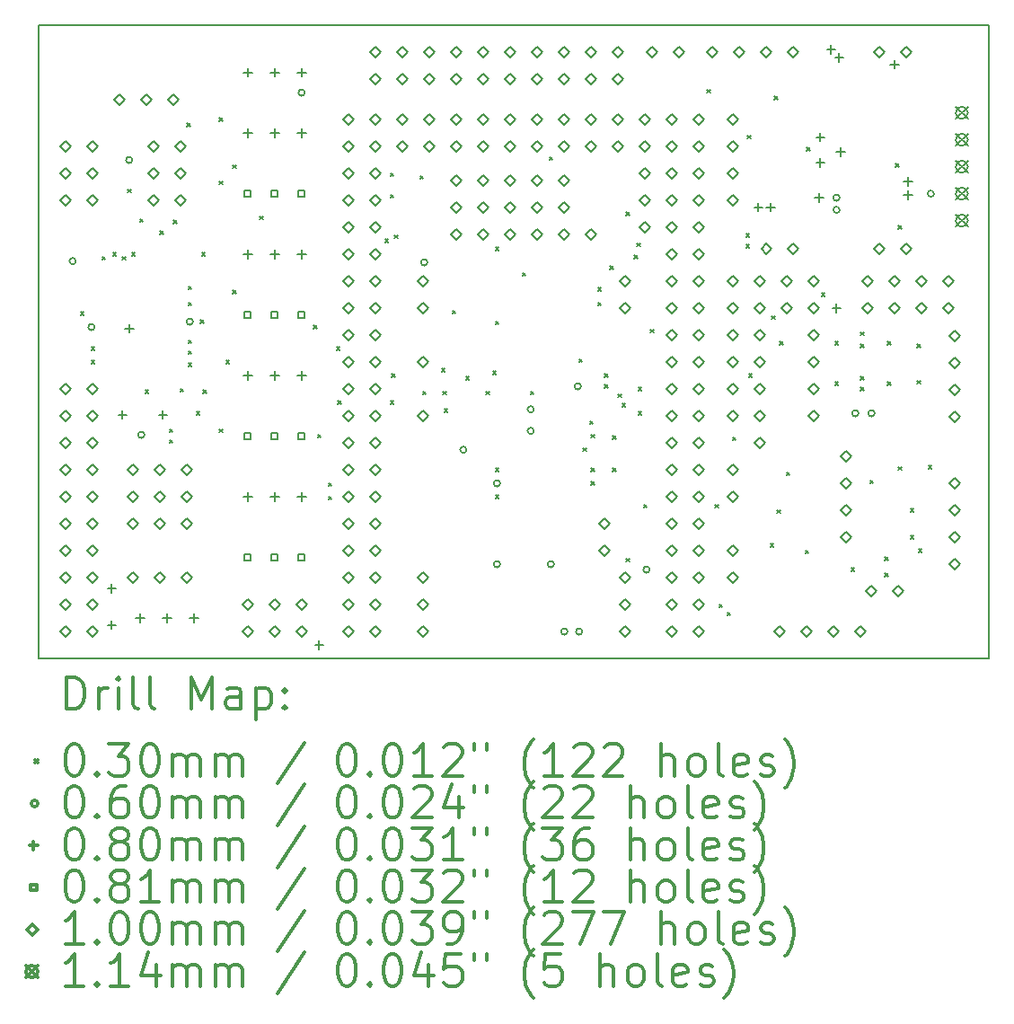
<source format=gbr>
%FSLAX45Y45*%
G04 Gerber Fmt 4.5, Leading zero omitted, Abs format (unit mm)*
G04 Created by KiCad (PCBNEW 4.0.7) date 09/13/18 08:51:29*
%MOMM*%
%LPD*%
G01*
G04 APERTURE LIST*
%ADD10C,0.127000*%
%ADD11C,0.200000*%
%ADD12C,0.300000*%
G04 APERTURE END LIST*
D10*
D11*
X14017752Y-6187948D02*
X14017752Y-12156948D01*
X22971252Y-6187948D02*
X14017752Y-6187948D01*
X22971252Y-12156948D02*
X22971252Y-6187948D01*
X14017752Y-12156948D02*
X22971252Y-12156948D01*
D11*
X14409152Y-8890748D02*
X14439152Y-8920748D01*
X14439152Y-8890748D02*
X14409152Y-8920748D01*
X14510752Y-9220948D02*
X14540752Y-9250948D01*
X14540752Y-9220948D02*
X14510752Y-9250948D01*
X14511006Y-9347694D02*
X14541006Y-9377694D01*
X14541006Y-9347694D02*
X14511006Y-9377694D01*
X14612352Y-8370048D02*
X14642352Y-8400048D01*
X14642352Y-8370048D02*
X14612352Y-8400048D01*
X14713952Y-8331948D02*
X14743952Y-8361948D01*
X14743952Y-8331948D02*
X14713952Y-8361948D01*
X14802852Y-8370048D02*
X14832852Y-8400048D01*
X14832852Y-8370048D02*
X14802852Y-8400048D01*
X14853652Y-7735048D02*
X14883652Y-7765048D01*
X14883652Y-7735048D02*
X14853652Y-7765048D01*
X14891752Y-8331948D02*
X14921752Y-8361948D01*
X14921752Y-8331948D02*
X14891752Y-8361948D01*
X14967952Y-8014448D02*
X14997952Y-8044448D01*
X14997952Y-8014448D02*
X14967952Y-8044448D01*
X15018752Y-9627348D02*
X15048752Y-9657348D01*
X15048752Y-9627348D02*
X15018752Y-9657348D01*
X15158452Y-8128748D02*
X15188452Y-8158748D01*
X15188452Y-8128748D02*
X15158452Y-8158748D01*
X15247352Y-9995648D02*
X15277352Y-10025648D01*
X15277352Y-9995648D02*
X15247352Y-10025648D01*
X15247352Y-10097248D02*
X15277352Y-10127248D01*
X15277352Y-10097248D02*
X15247352Y-10127248D01*
X15285452Y-8027148D02*
X15315452Y-8057148D01*
X15315452Y-8027148D02*
X15285452Y-8057148D01*
X15348952Y-9614648D02*
X15378952Y-9644648D01*
X15378952Y-9614648D02*
X15348952Y-9644648D01*
X15412452Y-7112748D02*
X15442452Y-7142748D01*
X15442452Y-7112748D02*
X15412452Y-7142748D01*
X15425152Y-8649448D02*
X15455152Y-8679448D01*
X15455152Y-8649448D02*
X15425152Y-8679448D01*
X15425152Y-8799448D02*
X15455152Y-8829448D01*
X15455152Y-8799448D02*
X15425152Y-8829448D01*
X15425152Y-9157448D02*
X15455152Y-9187448D01*
X15455152Y-9157448D02*
X15425152Y-9187448D01*
X15425152Y-9259048D02*
X15455152Y-9289048D01*
X15455152Y-9259048D02*
X15425152Y-9289048D01*
X15425152Y-9373348D02*
X15455152Y-9403348D01*
X15455152Y-9373348D02*
X15425152Y-9403348D01*
X15501352Y-9830548D02*
X15531352Y-9860548D01*
X15531352Y-9830548D02*
X15501352Y-9860548D01*
X15539452Y-8966948D02*
X15569452Y-8996948D01*
X15569452Y-8966948D02*
X15539452Y-8996948D01*
X15552152Y-8331948D02*
X15582152Y-8361948D01*
X15582152Y-8331948D02*
X15552152Y-8361948D01*
X15564852Y-9627348D02*
X15594852Y-9657348D01*
X15594852Y-9627348D02*
X15564852Y-9657348D01*
X15717252Y-7061948D02*
X15747252Y-7091948D01*
X15747252Y-7061948D02*
X15717252Y-7091948D01*
X15717252Y-7658848D02*
X15747252Y-7688848D01*
X15747252Y-7658848D02*
X15717252Y-7688848D01*
X15717252Y-9995648D02*
X15747252Y-10025648D01*
X15747252Y-9995648D02*
X15717252Y-10025648D01*
X15780752Y-9347948D02*
X15810752Y-9377948D01*
X15810752Y-9347948D02*
X15780752Y-9377948D01*
X15844252Y-7506448D02*
X15874252Y-7536448D01*
X15874252Y-7506448D02*
X15844252Y-7536448D01*
X15844252Y-8687548D02*
X15874252Y-8717548D01*
X15874252Y-8687548D02*
X15844252Y-8717548D01*
X16098252Y-7989048D02*
X16128252Y-8019048D01*
X16128252Y-7989048D02*
X16098252Y-8019048D01*
X16606252Y-9017748D02*
X16636252Y-9047748D01*
X16636252Y-9017748D02*
X16606252Y-9047748D01*
X16644352Y-10046448D02*
X16674352Y-10076448D01*
X16674352Y-10046448D02*
X16644352Y-10076448D01*
X16745952Y-10503648D02*
X16775952Y-10533648D01*
X16775952Y-10503648D02*
X16745952Y-10533648D01*
X16745952Y-10630648D02*
X16775952Y-10660648D01*
X16775952Y-10630648D02*
X16745952Y-10660648D01*
X16822152Y-9220948D02*
X16852152Y-9250948D01*
X16852152Y-9220948D02*
X16822152Y-9250948D01*
X16834852Y-9728948D02*
X16864852Y-9758948D01*
X16864852Y-9728948D02*
X16834852Y-9758948D01*
X17279352Y-8204948D02*
X17309352Y-8234948D01*
X17309352Y-8204948D02*
X17279352Y-8234948D01*
X17330152Y-7582648D02*
X17360152Y-7612648D01*
X17360152Y-7582648D02*
X17330152Y-7612648D01*
X17330152Y-7785848D02*
X17360152Y-7815848D01*
X17360152Y-7785848D02*
X17330152Y-7815848D01*
X17330152Y-9728948D02*
X17360152Y-9758948D01*
X17360152Y-9728948D02*
X17330152Y-9758948D01*
X17342852Y-9474948D02*
X17372852Y-9504948D01*
X17372852Y-9474948D02*
X17342852Y-9504948D01*
X17368252Y-8166848D02*
X17398252Y-8196848D01*
X17398252Y-8166848D02*
X17368252Y-8196848D01*
X17609552Y-7608048D02*
X17639552Y-7638048D01*
X17639552Y-7608048D02*
X17609552Y-7638048D01*
X17634952Y-9640048D02*
X17664952Y-9670048D01*
X17664952Y-9640048D02*
X17634952Y-9670048D01*
X17812752Y-9424148D02*
X17842752Y-9454148D01*
X17842752Y-9424148D02*
X17812752Y-9454148D01*
X17825452Y-9640048D02*
X17855452Y-9670048D01*
X17855452Y-9640048D02*
X17825452Y-9670048D01*
X17838152Y-9805148D02*
X17868152Y-9835148D01*
X17868152Y-9805148D02*
X17838152Y-9835148D01*
X17914352Y-8878048D02*
X17944352Y-8908048D01*
X17944352Y-8878048D02*
X17914352Y-8908048D01*
X18041352Y-9500348D02*
X18071352Y-9530348D01*
X18071352Y-9500348D02*
X18041352Y-9530348D01*
X18231852Y-9640048D02*
X18261852Y-9670048D01*
X18261852Y-9640048D02*
X18231852Y-9670048D01*
X18295352Y-9449548D02*
X18325352Y-9479548D01*
X18325352Y-9449548D02*
X18295352Y-9479548D01*
X18320752Y-8281148D02*
X18350752Y-8311148D01*
X18350752Y-8281148D02*
X18320752Y-8311148D01*
X18320752Y-8979648D02*
X18350752Y-9009648D01*
X18350752Y-8979648D02*
X18320752Y-9009648D01*
X18320752Y-10363948D02*
X18350752Y-10393948D01*
X18350752Y-10363948D02*
X18320752Y-10393948D01*
X18320752Y-10617948D02*
X18350752Y-10647948D01*
X18350752Y-10617948D02*
X18320752Y-10647948D01*
X18574752Y-8522448D02*
X18604752Y-8552448D01*
X18604752Y-8522448D02*
X18574752Y-8552448D01*
X18650952Y-9640048D02*
X18680952Y-9670048D01*
X18680952Y-9640048D02*
X18650952Y-9670048D01*
X18828752Y-7430248D02*
X18858752Y-7460248D01*
X18858752Y-7430248D02*
X18828752Y-7460248D01*
X19108152Y-9335248D02*
X19138152Y-9365248D01*
X19138152Y-9335248D02*
X19108152Y-9365248D01*
X19146252Y-10173448D02*
X19176252Y-10203448D01*
X19176252Y-10173448D02*
X19146252Y-10203448D01*
X19209752Y-9919448D02*
X19239752Y-9949448D01*
X19239752Y-9919448D02*
X19209752Y-9949448D01*
X19222452Y-10046448D02*
X19252452Y-10076448D01*
X19252452Y-10046448D02*
X19222452Y-10076448D01*
X19222452Y-10363948D02*
X19252452Y-10393948D01*
X19252452Y-10363948D02*
X19222452Y-10393948D01*
X19222452Y-10490948D02*
X19252452Y-10520948D01*
X19252452Y-10490948D02*
X19222452Y-10520948D01*
X19285952Y-8662148D02*
X19315952Y-8692148D01*
X19315952Y-8662148D02*
X19285952Y-8692148D01*
X19285952Y-8801848D02*
X19315952Y-8831848D01*
X19315952Y-8801848D02*
X19285952Y-8831848D01*
X19349452Y-9474948D02*
X19379452Y-9504948D01*
X19379452Y-9474948D02*
X19349452Y-9504948D01*
X19349452Y-9576548D02*
X19379452Y-9606548D01*
X19379452Y-9576548D02*
X19349452Y-9606548D01*
X19400252Y-8458948D02*
X19430252Y-8488948D01*
X19430252Y-8458948D02*
X19400252Y-8488948D01*
X19425652Y-10059148D02*
X19455652Y-10089148D01*
X19455652Y-10059148D02*
X19425652Y-10089148D01*
X19425652Y-10363948D02*
X19455652Y-10393948D01*
X19455652Y-10363948D02*
X19425652Y-10393948D01*
X19476452Y-9665448D02*
X19506452Y-9695448D01*
X19506452Y-9665448D02*
X19476452Y-9695448D01*
X19514552Y-9754348D02*
X19544552Y-9784348D01*
X19544552Y-9754348D02*
X19514552Y-9784348D01*
X19552652Y-7950948D02*
X19582652Y-7980948D01*
X19582652Y-7950948D02*
X19552652Y-7980948D01*
X19552652Y-11214848D02*
X19582652Y-11244848D01*
X19582652Y-11214848D02*
X19552652Y-11244848D01*
X19628852Y-8357348D02*
X19658852Y-8387348D01*
X19658852Y-8357348D02*
X19628852Y-8387348D01*
X19654252Y-8243048D02*
X19684252Y-8273048D01*
X19684252Y-8243048D02*
X19654252Y-8273048D01*
X19666952Y-9601948D02*
X19696952Y-9631948D01*
X19696952Y-9601948D02*
X19666952Y-9631948D01*
X19666952Y-9830548D02*
X19696952Y-9860548D01*
X19696952Y-9830548D02*
X19666952Y-9860548D01*
X19717752Y-10706848D02*
X19747752Y-10736848D01*
X19747752Y-10706848D02*
X19717752Y-10736848D01*
X19781252Y-9055848D02*
X19811252Y-9085848D01*
X19811252Y-9055848D02*
X19781252Y-9085848D01*
X20314652Y-6795248D02*
X20344652Y-6825248D01*
X20344652Y-6795248D02*
X20314652Y-6825248D01*
X20390852Y-10706848D02*
X20420852Y-10736848D01*
X20420852Y-10706848D02*
X20390852Y-10736848D01*
X20428952Y-11646648D02*
X20458952Y-11676648D01*
X20458952Y-11646648D02*
X20428952Y-11676648D01*
X20505152Y-11722848D02*
X20535152Y-11752848D01*
X20535152Y-11722848D02*
X20505152Y-11752848D01*
X20555952Y-10071848D02*
X20585952Y-10101848D01*
X20585952Y-10071848D02*
X20555952Y-10101848D01*
X20682952Y-8154148D02*
X20712952Y-8184148D01*
X20712952Y-8154148D02*
X20682952Y-8184148D01*
X20682952Y-8255748D02*
X20712952Y-8285748D01*
X20712952Y-8255748D02*
X20682952Y-8285748D01*
X20695652Y-7227048D02*
X20725652Y-7257048D01*
X20725652Y-7227048D02*
X20695652Y-7257048D01*
X20708352Y-9474948D02*
X20738352Y-9504948D01*
X20738352Y-9474948D02*
X20708352Y-9504948D01*
X20911552Y-11075148D02*
X20941552Y-11105148D01*
X20941552Y-11075148D02*
X20911552Y-11105148D01*
X20924252Y-8928848D02*
X20954252Y-8958848D01*
X20954252Y-8928848D02*
X20924252Y-8958848D01*
X20949652Y-6858748D02*
X20979652Y-6888748D01*
X20979652Y-6858748D02*
X20949652Y-6888748D01*
X20975052Y-10757648D02*
X21005052Y-10787648D01*
X21005052Y-10757648D02*
X20975052Y-10787648D01*
X21000452Y-9170148D02*
X21030452Y-9200148D01*
X21030452Y-9170148D02*
X21000452Y-9200148D01*
X21063952Y-10402048D02*
X21093952Y-10432048D01*
X21093952Y-10402048D02*
X21063952Y-10432048D01*
X21241752Y-11138648D02*
X21271752Y-11168648D01*
X21271752Y-11138648D02*
X21241752Y-11168648D01*
X21254452Y-7341348D02*
X21284452Y-7371348D01*
X21284452Y-7341348D02*
X21254452Y-7371348D01*
X21394152Y-8712948D02*
X21424152Y-8742948D01*
X21424152Y-8712948D02*
X21394152Y-8742948D01*
X21521152Y-9170148D02*
X21551152Y-9200148D01*
X21551152Y-9170148D02*
X21521152Y-9200148D01*
X21521152Y-9551148D02*
X21551152Y-9581148D01*
X21551152Y-9551148D02*
X21521152Y-9581148D01*
X21673552Y-11303748D02*
X21703552Y-11333748D01*
X21703552Y-11303748D02*
X21673552Y-11333748D01*
X21762452Y-9081248D02*
X21792452Y-9111248D01*
X21792452Y-9081248D02*
X21762452Y-9111248D01*
X21762452Y-9195548D02*
X21792452Y-9225548D01*
X21792452Y-9195548D02*
X21762452Y-9225548D01*
X21762452Y-9500348D02*
X21792452Y-9530348D01*
X21792452Y-9500348D02*
X21762452Y-9530348D01*
X21762452Y-9601948D02*
X21792452Y-9631948D01*
X21792452Y-9601948D02*
X21762452Y-9631948D01*
X21851352Y-10478248D02*
X21881352Y-10508248D01*
X21881352Y-10478248D02*
X21851352Y-10508248D01*
X21991052Y-11202148D02*
X22021052Y-11232148D01*
X22021052Y-11202148D02*
X21991052Y-11232148D01*
X21991052Y-11354548D02*
X22021052Y-11384548D01*
X22021052Y-11354548D02*
X21991052Y-11384548D01*
X22016452Y-9170148D02*
X22046452Y-9200148D01*
X22046452Y-9170148D02*
X22016452Y-9200148D01*
X22016452Y-9551148D02*
X22046452Y-9581148D01*
X22046452Y-9551148D02*
X22016452Y-9581148D01*
X22092652Y-7493748D02*
X22122652Y-7523748D01*
X22122652Y-7493748D02*
X22092652Y-7523748D01*
X22118052Y-8077948D02*
X22148052Y-8107948D01*
X22148052Y-8077948D02*
X22118052Y-8107948D01*
X22118052Y-10351248D02*
X22148052Y-10381248D01*
X22148052Y-10351248D02*
X22118052Y-10381248D01*
X22232352Y-10744948D02*
X22262352Y-10774948D01*
X22262352Y-10744948D02*
X22232352Y-10774948D01*
X22232352Y-10998948D02*
X22262352Y-11028948D01*
X22262352Y-10998948D02*
X22232352Y-11028948D01*
X22295852Y-9195548D02*
X22325852Y-9225548D01*
X22325852Y-9195548D02*
X22295852Y-9225548D01*
X22295852Y-9538448D02*
X22325852Y-9568448D01*
X22325852Y-9538448D02*
X22295852Y-9568448D01*
X22308552Y-11125948D02*
X22338552Y-11155948D01*
X22338552Y-11125948D02*
X22308552Y-11155948D01*
X22402752Y-10338548D02*
X22432752Y-10368548D01*
X22432752Y-10338548D02*
X22402752Y-10368548D01*
X14365252Y-8410448D02*
G75*
G03X14365252Y-8410448I-30000J0D01*
G01*
X14543052Y-9032748D02*
G75*
G03X14543052Y-9032748I-30000J0D01*
G01*
X14898652Y-7457948D02*
G75*
G03X14898652Y-7457948I-30000J0D01*
G01*
X15012952Y-10048748D02*
G75*
G03X15012952Y-10048748I-30000J0D01*
G01*
X15470152Y-8981948D02*
G75*
G03X15470152Y-8981948I-30000J0D01*
G01*
X16524252Y-6822948D02*
G75*
G03X16524252Y-6822948I-30000J0D01*
G01*
X17679952Y-8423148D02*
G75*
G03X17679952Y-8423148I-30000J0D01*
G01*
X18048252Y-10188448D02*
G75*
G03X18048252Y-10188448I-30000J0D01*
G01*
X18365752Y-10505948D02*
G75*
G03X18365752Y-10505948I-30000J0D01*
G01*
X18365752Y-11267948D02*
G75*
G03X18365752Y-11267948I-30000J0D01*
G01*
X18683252Y-9807448D02*
G75*
G03X18683252Y-9807448I-30000J0D01*
G01*
X18683252Y-10010648D02*
G75*
G03X18683252Y-10010648I-30000J0D01*
G01*
X18873752Y-11267948D02*
G75*
G03X18873752Y-11267948I-30000J0D01*
G01*
X19000752Y-11902948D02*
G75*
G03X19000752Y-11902948I-30000J0D01*
G01*
X19127752Y-9591548D02*
G75*
G03X19127752Y-9591548I-30000J0D01*
G01*
X19140452Y-11902948D02*
G75*
G03X19140452Y-11902948I-30000J0D01*
G01*
X19775452Y-11318748D02*
G75*
G03X19775452Y-11318748I-30000J0D01*
G01*
X21566152Y-7813548D02*
G75*
G03X21566152Y-7813548I-30000J0D01*
G01*
X21566152Y-7927848D02*
G75*
G03X21566152Y-7927848I-30000J0D01*
G01*
X21743952Y-9845548D02*
G75*
G03X21743952Y-9845548I-30000J0D01*
G01*
X21896352Y-9845548D02*
G75*
G03X21896352Y-9845548I-30000J0D01*
G01*
X22455152Y-7775448D02*
G75*
G03X22455152Y-7775448I-30000J0D01*
G01*
X14703552Y-11456548D02*
X14703552Y-11536548D01*
X14663552Y-11496548D02*
X14743552Y-11496548D01*
X14703552Y-11799448D02*
X14703552Y-11879448D01*
X14663552Y-11839448D02*
X14743552Y-11839448D01*
X14805152Y-9818248D02*
X14805152Y-9898248D01*
X14765152Y-9858248D02*
X14845152Y-9858248D01*
X14868652Y-9005448D02*
X14868652Y-9085448D01*
X14828652Y-9045448D02*
X14908652Y-9045448D01*
X14970252Y-11735948D02*
X14970252Y-11815948D01*
X14930252Y-11775948D02*
X15010252Y-11775948D01*
X15186152Y-9818248D02*
X15186152Y-9898248D01*
X15146152Y-9858248D02*
X15226152Y-9858248D01*
X15224252Y-11735948D02*
X15224252Y-11815948D01*
X15184252Y-11775948D02*
X15264252Y-11775948D01*
X15478252Y-11735948D02*
X15478252Y-11815948D01*
X15438252Y-11775948D02*
X15518252Y-11775948D01*
X15986252Y-6592448D02*
X15986252Y-6672448D01*
X15946252Y-6632448D02*
X16026252Y-6632448D01*
X15986252Y-7163948D02*
X15986252Y-7243948D01*
X15946252Y-7203948D02*
X16026252Y-7203948D01*
X15986252Y-8306948D02*
X15986252Y-8386948D01*
X15946252Y-8346948D02*
X16026252Y-8346948D01*
X15986252Y-9449948D02*
X15986252Y-9529948D01*
X15946252Y-9489948D02*
X16026252Y-9489948D01*
X15986252Y-10592948D02*
X15986252Y-10672948D01*
X15946252Y-10632948D02*
X16026252Y-10632948D01*
X16240252Y-6592448D02*
X16240252Y-6672448D01*
X16200252Y-6632448D02*
X16280252Y-6632448D01*
X16240252Y-7163948D02*
X16240252Y-7243948D01*
X16200252Y-7203948D02*
X16280252Y-7203948D01*
X16240252Y-8306948D02*
X16240252Y-8386948D01*
X16200252Y-8346948D02*
X16280252Y-8346948D01*
X16240252Y-9449948D02*
X16240252Y-9529948D01*
X16200252Y-9489948D02*
X16280252Y-9489948D01*
X16240252Y-10592948D02*
X16240252Y-10672948D01*
X16200252Y-10632948D02*
X16280252Y-10632948D01*
X16494252Y-6592448D02*
X16494252Y-6672448D01*
X16454252Y-6632448D02*
X16534252Y-6632448D01*
X16494252Y-7163948D02*
X16494252Y-7243948D01*
X16454252Y-7203948D02*
X16534252Y-7203948D01*
X16494252Y-8306948D02*
X16494252Y-8386948D01*
X16454252Y-8346948D02*
X16534252Y-8346948D01*
X16494252Y-9449948D02*
X16494252Y-9529948D01*
X16454252Y-9489948D02*
X16534252Y-9489948D01*
X16494252Y-10592948D02*
X16494252Y-10672948D01*
X16454252Y-10632948D02*
X16534252Y-10632948D01*
X16659352Y-11989948D02*
X16659352Y-12069948D01*
X16619352Y-12029948D02*
X16699352Y-12029948D01*
X20799552Y-7862448D02*
X20799552Y-7942448D01*
X20759552Y-7902448D02*
X20839552Y-7902448D01*
X20913852Y-7862448D02*
X20913852Y-7942448D01*
X20873852Y-7902448D02*
X20953852Y-7902448D01*
X21371052Y-7773548D02*
X21371052Y-7853548D01*
X21331052Y-7813548D02*
X21411052Y-7813548D01*
X21383752Y-7202048D02*
X21383752Y-7282048D01*
X21343752Y-7242048D02*
X21423752Y-7242048D01*
X21383752Y-7443348D02*
X21383752Y-7523348D01*
X21343752Y-7483348D02*
X21423752Y-7483348D01*
X21485352Y-6376548D02*
X21485352Y-6456548D01*
X21445352Y-6416548D02*
X21525352Y-6416548D01*
X21536152Y-8814948D02*
X21536152Y-8894948D01*
X21496152Y-8854948D02*
X21576152Y-8854948D01*
X21561552Y-6452748D02*
X21561552Y-6532748D01*
X21521552Y-6492748D02*
X21601552Y-6492748D01*
X21574252Y-7341748D02*
X21574252Y-7421748D01*
X21534252Y-7381748D02*
X21614252Y-7381748D01*
X22082252Y-6516248D02*
X22082252Y-6596248D01*
X22042252Y-6556248D02*
X22122252Y-6556248D01*
X22209252Y-7621148D02*
X22209252Y-7701148D01*
X22169252Y-7661148D02*
X22249252Y-7661148D01*
X22209252Y-7748148D02*
X22209252Y-7828148D01*
X22169252Y-7788148D02*
X22249252Y-7788148D01*
X16014989Y-7804185D02*
X16014989Y-7746711D01*
X15957515Y-7746711D01*
X15957515Y-7804185D01*
X16014989Y-7804185D01*
X16014989Y-8947185D02*
X16014989Y-8889711D01*
X15957515Y-8889711D01*
X15957515Y-8947185D01*
X16014989Y-8947185D01*
X16014989Y-10090185D02*
X16014989Y-10032711D01*
X15957515Y-10032711D01*
X15957515Y-10090185D01*
X16014989Y-10090185D01*
X16014989Y-11233185D02*
X16014989Y-11175711D01*
X15957515Y-11175711D01*
X15957515Y-11233185D01*
X16014989Y-11233185D01*
X16268989Y-7804185D02*
X16268989Y-7746711D01*
X16211515Y-7746711D01*
X16211515Y-7804185D01*
X16268989Y-7804185D01*
X16268989Y-8947185D02*
X16268989Y-8889711D01*
X16211515Y-8889711D01*
X16211515Y-8947185D01*
X16268989Y-8947185D01*
X16268989Y-10090185D02*
X16268989Y-10032711D01*
X16211515Y-10032711D01*
X16211515Y-10090185D01*
X16268989Y-10090185D01*
X16268989Y-11233185D02*
X16268989Y-11175711D01*
X16211515Y-11175711D01*
X16211515Y-11233185D01*
X16268989Y-11233185D01*
X16522989Y-7804185D02*
X16522989Y-7746711D01*
X16465515Y-7746711D01*
X16465515Y-7804185D01*
X16522989Y-7804185D01*
X16522989Y-8947185D02*
X16522989Y-8889711D01*
X16465515Y-8889711D01*
X16465515Y-8947185D01*
X16522989Y-8947185D01*
X16522989Y-10090185D02*
X16522989Y-10032711D01*
X16465515Y-10032711D01*
X16465515Y-10090185D01*
X16522989Y-10090185D01*
X16522989Y-11233185D02*
X16522989Y-11175711D01*
X16465515Y-11175711D01*
X16465515Y-11233185D01*
X16522989Y-11233185D01*
X14271752Y-7380948D02*
X14321752Y-7330948D01*
X14271752Y-7280948D01*
X14221752Y-7330948D01*
X14271752Y-7380948D01*
X14271752Y-7634948D02*
X14321752Y-7584948D01*
X14271752Y-7534948D01*
X14221752Y-7584948D01*
X14271752Y-7634948D01*
X14271752Y-7888948D02*
X14321752Y-7838948D01*
X14271752Y-7788948D01*
X14221752Y-7838948D01*
X14271752Y-7888948D01*
X14271752Y-9666948D02*
X14321752Y-9616948D01*
X14271752Y-9566948D01*
X14221752Y-9616948D01*
X14271752Y-9666948D01*
X14271752Y-9920948D02*
X14321752Y-9870948D01*
X14271752Y-9820948D01*
X14221752Y-9870948D01*
X14271752Y-9920948D01*
X14271752Y-10174948D02*
X14321752Y-10124948D01*
X14271752Y-10074948D01*
X14221752Y-10124948D01*
X14271752Y-10174948D01*
X14271752Y-10428948D02*
X14321752Y-10378948D01*
X14271752Y-10328948D01*
X14221752Y-10378948D01*
X14271752Y-10428948D01*
X14271752Y-10682948D02*
X14321752Y-10632948D01*
X14271752Y-10582948D01*
X14221752Y-10632948D01*
X14271752Y-10682948D01*
X14271752Y-10936948D02*
X14321752Y-10886948D01*
X14271752Y-10836948D01*
X14221752Y-10886948D01*
X14271752Y-10936948D01*
X14271752Y-11190948D02*
X14321752Y-11140948D01*
X14271752Y-11090948D01*
X14221752Y-11140948D01*
X14271752Y-11190948D01*
X14271752Y-11444948D02*
X14321752Y-11394948D01*
X14271752Y-11344948D01*
X14221752Y-11394948D01*
X14271752Y-11444948D01*
X14271752Y-11698948D02*
X14321752Y-11648948D01*
X14271752Y-11598948D01*
X14221752Y-11648948D01*
X14271752Y-11698948D01*
X14271752Y-11952948D02*
X14321752Y-11902948D01*
X14271752Y-11852948D01*
X14221752Y-11902948D01*
X14271752Y-11952948D01*
X14525752Y-7380948D02*
X14575752Y-7330948D01*
X14525752Y-7280948D01*
X14475752Y-7330948D01*
X14525752Y-7380948D01*
X14525752Y-7634948D02*
X14575752Y-7584948D01*
X14525752Y-7534948D01*
X14475752Y-7584948D01*
X14525752Y-7634948D01*
X14525752Y-7888948D02*
X14575752Y-7838948D01*
X14525752Y-7788948D01*
X14475752Y-7838948D01*
X14525752Y-7888948D01*
X14525752Y-9666948D02*
X14575752Y-9616948D01*
X14525752Y-9566948D01*
X14475752Y-9616948D01*
X14525752Y-9666948D01*
X14525752Y-9920948D02*
X14575752Y-9870948D01*
X14525752Y-9820948D01*
X14475752Y-9870948D01*
X14525752Y-9920948D01*
X14525752Y-10174948D02*
X14575752Y-10124948D01*
X14525752Y-10074948D01*
X14475752Y-10124948D01*
X14525752Y-10174948D01*
X14525752Y-10428948D02*
X14575752Y-10378948D01*
X14525752Y-10328948D01*
X14475752Y-10378948D01*
X14525752Y-10428948D01*
X14525752Y-10682948D02*
X14575752Y-10632948D01*
X14525752Y-10582948D01*
X14475752Y-10632948D01*
X14525752Y-10682948D01*
X14525752Y-10936948D02*
X14575752Y-10886948D01*
X14525752Y-10836948D01*
X14475752Y-10886948D01*
X14525752Y-10936948D01*
X14525752Y-11190948D02*
X14575752Y-11140948D01*
X14525752Y-11090948D01*
X14475752Y-11140948D01*
X14525752Y-11190948D01*
X14525752Y-11444948D02*
X14575752Y-11394948D01*
X14525752Y-11344948D01*
X14475752Y-11394948D01*
X14525752Y-11444948D01*
X14525752Y-11698948D02*
X14575752Y-11648948D01*
X14525752Y-11598948D01*
X14475752Y-11648948D01*
X14525752Y-11698948D01*
X14525752Y-11952948D02*
X14575752Y-11902948D01*
X14525752Y-11852948D01*
X14475752Y-11902948D01*
X14525752Y-11952948D01*
X14779752Y-6936448D02*
X14829752Y-6886448D01*
X14779752Y-6836448D01*
X14729752Y-6886448D01*
X14779752Y-6936448D01*
X14906752Y-10428948D02*
X14956752Y-10378948D01*
X14906752Y-10328948D01*
X14856752Y-10378948D01*
X14906752Y-10428948D01*
X14906752Y-10682948D02*
X14956752Y-10632948D01*
X14906752Y-10582948D01*
X14856752Y-10632948D01*
X14906752Y-10682948D01*
X14906752Y-10936948D02*
X14956752Y-10886948D01*
X14906752Y-10836948D01*
X14856752Y-10886948D01*
X14906752Y-10936948D01*
X14906752Y-11444948D02*
X14956752Y-11394948D01*
X14906752Y-11344948D01*
X14856752Y-11394948D01*
X14906752Y-11444948D01*
X15033752Y-6936448D02*
X15083752Y-6886448D01*
X15033752Y-6836448D01*
X14983752Y-6886448D01*
X15033752Y-6936448D01*
X15097252Y-7380948D02*
X15147252Y-7330948D01*
X15097252Y-7280948D01*
X15047252Y-7330948D01*
X15097252Y-7380948D01*
X15097252Y-7634948D02*
X15147252Y-7584948D01*
X15097252Y-7534948D01*
X15047252Y-7584948D01*
X15097252Y-7634948D01*
X15097252Y-7888948D02*
X15147252Y-7838948D01*
X15097252Y-7788948D01*
X15047252Y-7838948D01*
X15097252Y-7888948D01*
X15160752Y-10428948D02*
X15210752Y-10378948D01*
X15160752Y-10328948D01*
X15110752Y-10378948D01*
X15160752Y-10428948D01*
X15160752Y-10682948D02*
X15210752Y-10632948D01*
X15160752Y-10582948D01*
X15110752Y-10632948D01*
X15160752Y-10682948D01*
X15160752Y-10936948D02*
X15210752Y-10886948D01*
X15160752Y-10836948D01*
X15110752Y-10886948D01*
X15160752Y-10936948D01*
X15160752Y-11444948D02*
X15210752Y-11394948D01*
X15160752Y-11344948D01*
X15110752Y-11394948D01*
X15160752Y-11444948D01*
X15287752Y-6936448D02*
X15337752Y-6886448D01*
X15287752Y-6836448D01*
X15237752Y-6886448D01*
X15287752Y-6936448D01*
X15351252Y-7380948D02*
X15401252Y-7330948D01*
X15351252Y-7280948D01*
X15301252Y-7330948D01*
X15351252Y-7380948D01*
X15351252Y-7634948D02*
X15401252Y-7584948D01*
X15351252Y-7534948D01*
X15301252Y-7584948D01*
X15351252Y-7634948D01*
X15351252Y-7888948D02*
X15401252Y-7838948D01*
X15351252Y-7788948D01*
X15301252Y-7838948D01*
X15351252Y-7888948D01*
X15414752Y-10428948D02*
X15464752Y-10378948D01*
X15414752Y-10328948D01*
X15364752Y-10378948D01*
X15414752Y-10428948D01*
X15414752Y-10682948D02*
X15464752Y-10632948D01*
X15414752Y-10582948D01*
X15364752Y-10632948D01*
X15414752Y-10682948D01*
X15414752Y-10936948D02*
X15464752Y-10886948D01*
X15414752Y-10836948D01*
X15364752Y-10886948D01*
X15414752Y-10936948D01*
X15414752Y-11444948D02*
X15464752Y-11394948D01*
X15414752Y-11344948D01*
X15364752Y-11394948D01*
X15414752Y-11444948D01*
X15986252Y-11698948D02*
X16036252Y-11648948D01*
X15986252Y-11598948D01*
X15936252Y-11648948D01*
X15986252Y-11698948D01*
X15986252Y-11952948D02*
X16036252Y-11902948D01*
X15986252Y-11852948D01*
X15936252Y-11902948D01*
X15986252Y-11952948D01*
X16240252Y-11698948D02*
X16290252Y-11648948D01*
X16240252Y-11598948D01*
X16190252Y-11648948D01*
X16240252Y-11698948D01*
X16240252Y-11952948D02*
X16290252Y-11902948D01*
X16240252Y-11852948D01*
X16190252Y-11902948D01*
X16240252Y-11952948D01*
X16494252Y-11698948D02*
X16544252Y-11648948D01*
X16494252Y-11598948D01*
X16444252Y-11648948D01*
X16494252Y-11698948D01*
X16494252Y-11952948D02*
X16544252Y-11902948D01*
X16494252Y-11852948D01*
X16444252Y-11902948D01*
X16494252Y-11952948D01*
X16938752Y-7126948D02*
X16988752Y-7076948D01*
X16938752Y-7026948D01*
X16888752Y-7076948D01*
X16938752Y-7126948D01*
X16938752Y-7380948D02*
X16988752Y-7330948D01*
X16938752Y-7280948D01*
X16888752Y-7330948D01*
X16938752Y-7380948D01*
X16938752Y-7634948D02*
X16988752Y-7584948D01*
X16938752Y-7534948D01*
X16888752Y-7584948D01*
X16938752Y-7634948D01*
X16938752Y-7888948D02*
X16988752Y-7838948D01*
X16938752Y-7788948D01*
X16888752Y-7838948D01*
X16938752Y-7888948D01*
X16938752Y-8142948D02*
X16988752Y-8092948D01*
X16938752Y-8042948D01*
X16888752Y-8092948D01*
X16938752Y-8142948D01*
X16938752Y-8396948D02*
X16988752Y-8346948D01*
X16938752Y-8296948D01*
X16888752Y-8346948D01*
X16938752Y-8396948D01*
X16938752Y-8650948D02*
X16988752Y-8600948D01*
X16938752Y-8550948D01*
X16888752Y-8600948D01*
X16938752Y-8650948D01*
X16938752Y-8904948D02*
X16988752Y-8854948D01*
X16938752Y-8804948D01*
X16888752Y-8854948D01*
X16938752Y-8904948D01*
X16938752Y-9158948D02*
X16988752Y-9108948D01*
X16938752Y-9058948D01*
X16888752Y-9108948D01*
X16938752Y-9158948D01*
X16938752Y-9412948D02*
X16988752Y-9362948D01*
X16938752Y-9312948D01*
X16888752Y-9362948D01*
X16938752Y-9412948D01*
X16938752Y-9666948D02*
X16988752Y-9616948D01*
X16938752Y-9566948D01*
X16888752Y-9616948D01*
X16938752Y-9666948D01*
X16938752Y-9920948D02*
X16988752Y-9870948D01*
X16938752Y-9820948D01*
X16888752Y-9870948D01*
X16938752Y-9920948D01*
X16938752Y-10174948D02*
X16988752Y-10124948D01*
X16938752Y-10074948D01*
X16888752Y-10124948D01*
X16938752Y-10174948D01*
X16938752Y-10428948D02*
X16988752Y-10378948D01*
X16938752Y-10328948D01*
X16888752Y-10378948D01*
X16938752Y-10428948D01*
X16938752Y-10682948D02*
X16988752Y-10632948D01*
X16938752Y-10582948D01*
X16888752Y-10632948D01*
X16938752Y-10682948D01*
X16938752Y-10936948D02*
X16988752Y-10886948D01*
X16938752Y-10836948D01*
X16888752Y-10886948D01*
X16938752Y-10936948D01*
X16938752Y-11190948D02*
X16988752Y-11140948D01*
X16938752Y-11090948D01*
X16888752Y-11140948D01*
X16938752Y-11190948D01*
X16938752Y-11444948D02*
X16988752Y-11394948D01*
X16938752Y-11344948D01*
X16888752Y-11394948D01*
X16938752Y-11444948D01*
X16938752Y-11698948D02*
X16988752Y-11648948D01*
X16938752Y-11598948D01*
X16888752Y-11648948D01*
X16938752Y-11698948D01*
X16938752Y-11952948D02*
X16988752Y-11902948D01*
X16938752Y-11852948D01*
X16888752Y-11902948D01*
X16938752Y-11952948D01*
X17192752Y-6491948D02*
X17242752Y-6441948D01*
X17192752Y-6391948D01*
X17142752Y-6441948D01*
X17192752Y-6491948D01*
X17192752Y-6745948D02*
X17242752Y-6695948D01*
X17192752Y-6645948D01*
X17142752Y-6695948D01*
X17192752Y-6745948D01*
X17192752Y-7126948D02*
X17242752Y-7076948D01*
X17192752Y-7026948D01*
X17142752Y-7076948D01*
X17192752Y-7126948D01*
X17192752Y-7380948D02*
X17242752Y-7330948D01*
X17192752Y-7280948D01*
X17142752Y-7330948D01*
X17192752Y-7380948D01*
X17192752Y-7634948D02*
X17242752Y-7584948D01*
X17192752Y-7534948D01*
X17142752Y-7584948D01*
X17192752Y-7634948D01*
X17192752Y-7888948D02*
X17242752Y-7838948D01*
X17192752Y-7788948D01*
X17142752Y-7838948D01*
X17192752Y-7888948D01*
X17192752Y-8142948D02*
X17242752Y-8092948D01*
X17192752Y-8042948D01*
X17142752Y-8092948D01*
X17192752Y-8142948D01*
X17192752Y-8396948D02*
X17242752Y-8346948D01*
X17192752Y-8296948D01*
X17142752Y-8346948D01*
X17192752Y-8396948D01*
X17192752Y-8650948D02*
X17242752Y-8600948D01*
X17192752Y-8550948D01*
X17142752Y-8600948D01*
X17192752Y-8650948D01*
X17192752Y-8904948D02*
X17242752Y-8854948D01*
X17192752Y-8804948D01*
X17142752Y-8854948D01*
X17192752Y-8904948D01*
X17192752Y-9158948D02*
X17242752Y-9108948D01*
X17192752Y-9058948D01*
X17142752Y-9108948D01*
X17192752Y-9158948D01*
X17192752Y-9412948D02*
X17242752Y-9362948D01*
X17192752Y-9312948D01*
X17142752Y-9362948D01*
X17192752Y-9412948D01*
X17192752Y-9666948D02*
X17242752Y-9616948D01*
X17192752Y-9566948D01*
X17142752Y-9616948D01*
X17192752Y-9666948D01*
X17192752Y-9920948D02*
X17242752Y-9870948D01*
X17192752Y-9820948D01*
X17142752Y-9870948D01*
X17192752Y-9920948D01*
X17192752Y-10174948D02*
X17242752Y-10124948D01*
X17192752Y-10074948D01*
X17142752Y-10124948D01*
X17192752Y-10174948D01*
X17192752Y-10428948D02*
X17242752Y-10378948D01*
X17192752Y-10328948D01*
X17142752Y-10378948D01*
X17192752Y-10428948D01*
X17192752Y-10682948D02*
X17242752Y-10632948D01*
X17192752Y-10582948D01*
X17142752Y-10632948D01*
X17192752Y-10682948D01*
X17192752Y-10936948D02*
X17242752Y-10886948D01*
X17192752Y-10836948D01*
X17142752Y-10886948D01*
X17192752Y-10936948D01*
X17192752Y-11190948D02*
X17242752Y-11140948D01*
X17192752Y-11090948D01*
X17142752Y-11140948D01*
X17192752Y-11190948D01*
X17192752Y-11444948D02*
X17242752Y-11394948D01*
X17192752Y-11344948D01*
X17142752Y-11394948D01*
X17192752Y-11444948D01*
X17192752Y-11698948D02*
X17242752Y-11648948D01*
X17192752Y-11598948D01*
X17142752Y-11648948D01*
X17192752Y-11698948D01*
X17192752Y-11952948D02*
X17242752Y-11902948D01*
X17192752Y-11852948D01*
X17142752Y-11902948D01*
X17192752Y-11952948D01*
X17446752Y-6491948D02*
X17496752Y-6441948D01*
X17446752Y-6391948D01*
X17396752Y-6441948D01*
X17446752Y-6491948D01*
X17446752Y-6745948D02*
X17496752Y-6695948D01*
X17446752Y-6645948D01*
X17396752Y-6695948D01*
X17446752Y-6745948D01*
X17446752Y-7126948D02*
X17496752Y-7076948D01*
X17446752Y-7026948D01*
X17396752Y-7076948D01*
X17446752Y-7126948D01*
X17446752Y-7380948D02*
X17496752Y-7330948D01*
X17446752Y-7280948D01*
X17396752Y-7330948D01*
X17446752Y-7380948D01*
X17637252Y-8650948D02*
X17687252Y-8600948D01*
X17637252Y-8550948D01*
X17587252Y-8600948D01*
X17637252Y-8650948D01*
X17637252Y-8904948D02*
X17687252Y-8854948D01*
X17637252Y-8804948D01*
X17587252Y-8854948D01*
X17637252Y-8904948D01*
X17637252Y-9412948D02*
X17687252Y-9362948D01*
X17637252Y-9312948D01*
X17587252Y-9362948D01*
X17637252Y-9412948D01*
X17637252Y-9920948D02*
X17687252Y-9870948D01*
X17637252Y-9820948D01*
X17587252Y-9870948D01*
X17637252Y-9920948D01*
X17637252Y-11444948D02*
X17687252Y-11394948D01*
X17637252Y-11344948D01*
X17587252Y-11394948D01*
X17637252Y-11444948D01*
X17637252Y-11698948D02*
X17687252Y-11648948D01*
X17637252Y-11598948D01*
X17587252Y-11648948D01*
X17637252Y-11698948D01*
X17637252Y-11952948D02*
X17687252Y-11902948D01*
X17637252Y-11852948D01*
X17587252Y-11902948D01*
X17637252Y-11952948D01*
X17700752Y-6491948D02*
X17750752Y-6441948D01*
X17700752Y-6391948D01*
X17650752Y-6441948D01*
X17700752Y-6491948D01*
X17700752Y-6745948D02*
X17750752Y-6695948D01*
X17700752Y-6645948D01*
X17650752Y-6695948D01*
X17700752Y-6745948D01*
X17700752Y-7126948D02*
X17750752Y-7076948D01*
X17700752Y-7026948D01*
X17650752Y-7076948D01*
X17700752Y-7126948D01*
X17700752Y-7380948D02*
X17750752Y-7330948D01*
X17700752Y-7280948D01*
X17650752Y-7330948D01*
X17700752Y-7380948D01*
X17954752Y-6491948D02*
X18004752Y-6441948D01*
X17954752Y-6391948D01*
X17904752Y-6441948D01*
X17954752Y-6491948D01*
X17954752Y-6745948D02*
X18004752Y-6695948D01*
X17954752Y-6645948D01*
X17904752Y-6695948D01*
X17954752Y-6745948D01*
X17954752Y-7126948D02*
X18004752Y-7076948D01*
X17954752Y-7026948D01*
X17904752Y-7076948D01*
X17954752Y-7126948D01*
X17954752Y-7380948D02*
X18004752Y-7330948D01*
X17954752Y-7280948D01*
X17904752Y-7330948D01*
X17954752Y-7380948D01*
X17954752Y-7698448D02*
X18004752Y-7648448D01*
X17954752Y-7598448D01*
X17904752Y-7648448D01*
X17954752Y-7698448D01*
X17954752Y-7952448D02*
X18004752Y-7902448D01*
X17954752Y-7852448D01*
X17904752Y-7902448D01*
X17954752Y-7952448D01*
X17954752Y-8206448D02*
X18004752Y-8156448D01*
X17954752Y-8106448D01*
X17904752Y-8156448D01*
X17954752Y-8206448D01*
X18208752Y-6491948D02*
X18258752Y-6441948D01*
X18208752Y-6391948D01*
X18158752Y-6441948D01*
X18208752Y-6491948D01*
X18208752Y-6745948D02*
X18258752Y-6695948D01*
X18208752Y-6645948D01*
X18158752Y-6695948D01*
X18208752Y-6745948D01*
X18208752Y-7126948D02*
X18258752Y-7076948D01*
X18208752Y-7026948D01*
X18158752Y-7076948D01*
X18208752Y-7126948D01*
X18208752Y-7380948D02*
X18258752Y-7330948D01*
X18208752Y-7280948D01*
X18158752Y-7330948D01*
X18208752Y-7380948D01*
X18208752Y-7698448D02*
X18258752Y-7648448D01*
X18208752Y-7598448D01*
X18158752Y-7648448D01*
X18208752Y-7698448D01*
X18208752Y-7952448D02*
X18258752Y-7902448D01*
X18208752Y-7852448D01*
X18158752Y-7902448D01*
X18208752Y-7952448D01*
X18208752Y-8206448D02*
X18258752Y-8156448D01*
X18208752Y-8106448D01*
X18158752Y-8156448D01*
X18208752Y-8206448D01*
X18462752Y-6491948D02*
X18512752Y-6441948D01*
X18462752Y-6391948D01*
X18412752Y-6441948D01*
X18462752Y-6491948D01*
X18462752Y-6745948D02*
X18512752Y-6695948D01*
X18462752Y-6645948D01*
X18412752Y-6695948D01*
X18462752Y-6745948D01*
X18462752Y-7126948D02*
X18512752Y-7076948D01*
X18462752Y-7026948D01*
X18412752Y-7076948D01*
X18462752Y-7126948D01*
X18462752Y-7380948D02*
X18512752Y-7330948D01*
X18462752Y-7280948D01*
X18412752Y-7330948D01*
X18462752Y-7380948D01*
X18462752Y-7698448D02*
X18512752Y-7648448D01*
X18462752Y-7598448D01*
X18412752Y-7648448D01*
X18462752Y-7698448D01*
X18462752Y-7952448D02*
X18512752Y-7902448D01*
X18462752Y-7852448D01*
X18412752Y-7902448D01*
X18462752Y-7952448D01*
X18462752Y-8206448D02*
X18512752Y-8156448D01*
X18462752Y-8106448D01*
X18412752Y-8156448D01*
X18462752Y-8206448D01*
X18716752Y-6491948D02*
X18766752Y-6441948D01*
X18716752Y-6391948D01*
X18666752Y-6441948D01*
X18716752Y-6491948D01*
X18716752Y-6745948D02*
X18766752Y-6695948D01*
X18716752Y-6645948D01*
X18666752Y-6695948D01*
X18716752Y-6745948D01*
X18716752Y-7126948D02*
X18766752Y-7076948D01*
X18716752Y-7026948D01*
X18666752Y-7076948D01*
X18716752Y-7126948D01*
X18716752Y-7380948D02*
X18766752Y-7330948D01*
X18716752Y-7280948D01*
X18666752Y-7330948D01*
X18716752Y-7380948D01*
X18716752Y-7698448D02*
X18766752Y-7648448D01*
X18716752Y-7598448D01*
X18666752Y-7648448D01*
X18716752Y-7698448D01*
X18716752Y-7952448D02*
X18766752Y-7902448D01*
X18716752Y-7852448D01*
X18666752Y-7902448D01*
X18716752Y-7952448D01*
X18716752Y-8206448D02*
X18766752Y-8156448D01*
X18716752Y-8106448D01*
X18666752Y-8156448D01*
X18716752Y-8206448D01*
X18970752Y-6491948D02*
X19020752Y-6441948D01*
X18970752Y-6391948D01*
X18920752Y-6441948D01*
X18970752Y-6491948D01*
X18970752Y-6745948D02*
X19020752Y-6695948D01*
X18970752Y-6645948D01*
X18920752Y-6695948D01*
X18970752Y-6745948D01*
X18970752Y-7126948D02*
X19020752Y-7076948D01*
X18970752Y-7026948D01*
X18920752Y-7076948D01*
X18970752Y-7126948D01*
X18970752Y-7380948D02*
X19020752Y-7330948D01*
X18970752Y-7280948D01*
X18920752Y-7330948D01*
X18970752Y-7380948D01*
X18970752Y-7698448D02*
X19020752Y-7648448D01*
X18970752Y-7598448D01*
X18920752Y-7648448D01*
X18970752Y-7698448D01*
X18970752Y-7952448D02*
X19020752Y-7902448D01*
X18970752Y-7852448D01*
X18920752Y-7902448D01*
X18970752Y-7952448D01*
X18970752Y-8206448D02*
X19020752Y-8156448D01*
X18970752Y-8106448D01*
X18920752Y-8156448D01*
X18970752Y-8206448D01*
X19224752Y-6491948D02*
X19274752Y-6441948D01*
X19224752Y-6391948D01*
X19174752Y-6441948D01*
X19224752Y-6491948D01*
X19224752Y-6745948D02*
X19274752Y-6695948D01*
X19224752Y-6645948D01*
X19174752Y-6695948D01*
X19224752Y-6745948D01*
X19224752Y-7126948D02*
X19274752Y-7076948D01*
X19224752Y-7026948D01*
X19174752Y-7076948D01*
X19224752Y-7126948D01*
X19224752Y-7380948D02*
X19274752Y-7330948D01*
X19224752Y-7280948D01*
X19174752Y-7330948D01*
X19224752Y-7380948D01*
X19224752Y-8206448D02*
X19274752Y-8156448D01*
X19224752Y-8106448D01*
X19174752Y-8156448D01*
X19224752Y-8206448D01*
X19351752Y-10936948D02*
X19401752Y-10886948D01*
X19351752Y-10836948D01*
X19301752Y-10886948D01*
X19351752Y-10936948D01*
X19351752Y-11190948D02*
X19401752Y-11140948D01*
X19351752Y-11090948D01*
X19301752Y-11140948D01*
X19351752Y-11190948D01*
X19478752Y-6491948D02*
X19528752Y-6441948D01*
X19478752Y-6391948D01*
X19428752Y-6441948D01*
X19478752Y-6491948D01*
X19478752Y-6745948D02*
X19528752Y-6695948D01*
X19478752Y-6645948D01*
X19428752Y-6695948D01*
X19478752Y-6745948D01*
X19478752Y-7126948D02*
X19528752Y-7076948D01*
X19478752Y-7026948D01*
X19428752Y-7076948D01*
X19478752Y-7126948D01*
X19478752Y-7380948D02*
X19528752Y-7330948D01*
X19478752Y-7280948D01*
X19428752Y-7330948D01*
X19478752Y-7380948D01*
X19542252Y-8650948D02*
X19592252Y-8600948D01*
X19542252Y-8550948D01*
X19492252Y-8600948D01*
X19542252Y-8650948D01*
X19542252Y-8904948D02*
X19592252Y-8854948D01*
X19542252Y-8804948D01*
X19492252Y-8854948D01*
X19542252Y-8904948D01*
X19542252Y-11444948D02*
X19592252Y-11394948D01*
X19542252Y-11344948D01*
X19492252Y-11394948D01*
X19542252Y-11444948D01*
X19542252Y-11698948D02*
X19592252Y-11648948D01*
X19542252Y-11598948D01*
X19492252Y-11648948D01*
X19542252Y-11698948D01*
X19542252Y-11952948D02*
X19592252Y-11902948D01*
X19542252Y-11852948D01*
X19492252Y-11902948D01*
X19542252Y-11952948D01*
X19732752Y-7126948D02*
X19782752Y-7076948D01*
X19732752Y-7026948D01*
X19682752Y-7076948D01*
X19732752Y-7126948D01*
X19732752Y-7380948D02*
X19782752Y-7330948D01*
X19732752Y-7280948D01*
X19682752Y-7330948D01*
X19732752Y-7380948D01*
X19732752Y-7634948D02*
X19782752Y-7584948D01*
X19732752Y-7534948D01*
X19682752Y-7584948D01*
X19732752Y-7634948D01*
X19732752Y-7888948D02*
X19782752Y-7838948D01*
X19732752Y-7788948D01*
X19682752Y-7838948D01*
X19732752Y-7888948D01*
X19732752Y-8142948D02*
X19782752Y-8092948D01*
X19732752Y-8042948D01*
X19682752Y-8092948D01*
X19732752Y-8142948D01*
X19796252Y-6491948D02*
X19846252Y-6441948D01*
X19796252Y-6391948D01*
X19746252Y-6441948D01*
X19796252Y-6491948D01*
X19986752Y-7126948D02*
X20036752Y-7076948D01*
X19986752Y-7026948D01*
X19936752Y-7076948D01*
X19986752Y-7126948D01*
X19986752Y-7380948D02*
X20036752Y-7330948D01*
X19986752Y-7280948D01*
X19936752Y-7330948D01*
X19986752Y-7380948D01*
X19986752Y-7634948D02*
X20036752Y-7584948D01*
X19986752Y-7534948D01*
X19936752Y-7584948D01*
X19986752Y-7634948D01*
X19986752Y-7888948D02*
X20036752Y-7838948D01*
X19986752Y-7788948D01*
X19936752Y-7838948D01*
X19986752Y-7888948D01*
X19986752Y-8142948D02*
X20036752Y-8092948D01*
X19986752Y-8042948D01*
X19936752Y-8092948D01*
X19986752Y-8142948D01*
X19986752Y-8396948D02*
X20036752Y-8346948D01*
X19986752Y-8296948D01*
X19936752Y-8346948D01*
X19986752Y-8396948D01*
X19986752Y-8650948D02*
X20036752Y-8600948D01*
X19986752Y-8550948D01*
X19936752Y-8600948D01*
X19986752Y-8650948D01*
X19986752Y-8904948D02*
X20036752Y-8854948D01*
X19986752Y-8804948D01*
X19936752Y-8854948D01*
X19986752Y-8904948D01*
X19986752Y-9158948D02*
X20036752Y-9108948D01*
X19986752Y-9058948D01*
X19936752Y-9108948D01*
X19986752Y-9158948D01*
X19986752Y-9412948D02*
X20036752Y-9362948D01*
X19986752Y-9312948D01*
X19936752Y-9362948D01*
X19986752Y-9412948D01*
X19986752Y-9666948D02*
X20036752Y-9616948D01*
X19986752Y-9566948D01*
X19936752Y-9616948D01*
X19986752Y-9666948D01*
X19986752Y-9920948D02*
X20036752Y-9870948D01*
X19986752Y-9820948D01*
X19936752Y-9870948D01*
X19986752Y-9920948D01*
X19986752Y-10174948D02*
X20036752Y-10124948D01*
X19986752Y-10074948D01*
X19936752Y-10124948D01*
X19986752Y-10174948D01*
X19986752Y-10428948D02*
X20036752Y-10378948D01*
X19986752Y-10328948D01*
X19936752Y-10378948D01*
X19986752Y-10428948D01*
X19986752Y-10682948D02*
X20036752Y-10632948D01*
X19986752Y-10582948D01*
X19936752Y-10632948D01*
X19986752Y-10682948D01*
X19986752Y-10936948D02*
X20036752Y-10886948D01*
X19986752Y-10836948D01*
X19936752Y-10886948D01*
X19986752Y-10936948D01*
X19986752Y-11190948D02*
X20036752Y-11140948D01*
X19986752Y-11090948D01*
X19936752Y-11140948D01*
X19986752Y-11190948D01*
X19986752Y-11444948D02*
X20036752Y-11394948D01*
X19986752Y-11344948D01*
X19936752Y-11394948D01*
X19986752Y-11444948D01*
X19986752Y-11698948D02*
X20036752Y-11648948D01*
X19986752Y-11598948D01*
X19936752Y-11648948D01*
X19986752Y-11698948D01*
X19986752Y-11952948D02*
X20036752Y-11902948D01*
X19986752Y-11852948D01*
X19936752Y-11902948D01*
X19986752Y-11952948D01*
X20050252Y-6491948D02*
X20100252Y-6441948D01*
X20050252Y-6391948D01*
X20000252Y-6441948D01*
X20050252Y-6491948D01*
X20240752Y-7126948D02*
X20290752Y-7076948D01*
X20240752Y-7026948D01*
X20190752Y-7076948D01*
X20240752Y-7126948D01*
X20240752Y-7380948D02*
X20290752Y-7330948D01*
X20240752Y-7280948D01*
X20190752Y-7330948D01*
X20240752Y-7380948D01*
X20240752Y-7634948D02*
X20290752Y-7584948D01*
X20240752Y-7534948D01*
X20190752Y-7584948D01*
X20240752Y-7634948D01*
X20240752Y-7888948D02*
X20290752Y-7838948D01*
X20240752Y-7788948D01*
X20190752Y-7838948D01*
X20240752Y-7888948D01*
X20240752Y-8142948D02*
X20290752Y-8092948D01*
X20240752Y-8042948D01*
X20190752Y-8092948D01*
X20240752Y-8142948D01*
X20240752Y-8396948D02*
X20290752Y-8346948D01*
X20240752Y-8296948D01*
X20190752Y-8346948D01*
X20240752Y-8396948D01*
X20240752Y-8650948D02*
X20290752Y-8600948D01*
X20240752Y-8550948D01*
X20190752Y-8600948D01*
X20240752Y-8650948D01*
X20240752Y-8904948D02*
X20290752Y-8854948D01*
X20240752Y-8804948D01*
X20190752Y-8854948D01*
X20240752Y-8904948D01*
X20240752Y-9158948D02*
X20290752Y-9108948D01*
X20240752Y-9058948D01*
X20190752Y-9108948D01*
X20240752Y-9158948D01*
X20240752Y-9412948D02*
X20290752Y-9362948D01*
X20240752Y-9312948D01*
X20190752Y-9362948D01*
X20240752Y-9412948D01*
X20240752Y-9666948D02*
X20290752Y-9616948D01*
X20240752Y-9566948D01*
X20190752Y-9616948D01*
X20240752Y-9666948D01*
X20240752Y-9920948D02*
X20290752Y-9870948D01*
X20240752Y-9820948D01*
X20190752Y-9870948D01*
X20240752Y-9920948D01*
X20240752Y-10174948D02*
X20290752Y-10124948D01*
X20240752Y-10074948D01*
X20190752Y-10124948D01*
X20240752Y-10174948D01*
X20240752Y-10428948D02*
X20290752Y-10378948D01*
X20240752Y-10328948D01*
X20190752Y-10378948D01*
X20240752Y-10428948D01*
X20240752Y-10682948D02*
X20290752Y-10632948D01*
X20240752Y-10582948D01*
X20190752Y-10632948D01*
X20240752Y-10682948D01*
X20240752Y-10936948D02*
X20290752Y-10886948D01*
X20240752Y-10836948D01*
X20190752Y-10886948D01*
X20240752Y-10936948D01*
X20240752Y-11190948D02*
X20290752Y-11140948D01*
X20240752Y-11090948D01*
X20190752Y-11140948D01*
X20240752Y-11190948D01*
X20240752Y-11444948D02*
X20290752Y-11394948D01*
X20240752Y-11344948D01*
X20190752Y-11394948D01*
X20240752Y-11444948D01*
X20240752Y-11698948D02*
X20290752Y-11648948D01*
X20240752Y-11598948D01*
X20190752Y-11648948D01*
X20240752Y-11698948D01*
X20240752Y-11952948D02*
X20290752Y-11902948D01*
X20240752Y-11852948D01*
X20190752Y-11902948D01*
X20240752Y-11952948D01*
X20367752Y-6491948D02*
X20417752Y-6441948D01*
X20367752Y-6391948D01*
X20317752Y-6441948D01*
X20367752Y-6491948D01*
X20558252Y-7126948D02*
X20608252Y-7076948D01*
X20558252Y-7026948D01*
X20508252Y-7076948D01*
X20558252Y-7126948D01*
X20558252Y-7380948D02*
X20608252Y-7330948D01*
X20558252Y-7280948D01*
X20508252Y-7330948D01*
X20558252Y-7380948D01*
X20558252Y-7634948D02*
X20608252Y-7584948D01*
X20558252Y-7534948D01*
X20508252Y-7584948D01*
X20558252Y-7634948D01*
X20558252Y-7888948D02*
X20608252Y-7838948D01*
X20558252Y-7788948D01*
X20508252Y-7838948D01*
X20558252Y-7888948D01*
X20558252Y-8650948D02*
X20608252Y-8600948D01*
X20558252Y-8550948D01*
X20508252Y-8600948D01*
X20558252Y-8650948D01*
X20558252Y-8904948D02*
X20608252Y-8854948D01*
X20558252Y-8804948D01*
X20508252Y-8854948D01*
X20558252Y-8904948D01*
X20558252Y-9158948D02*
X20608252Y-9108948D01*
X20558252Y-9058948D01*
X20508252Y-9108948D01*
X20558252Y-9158948D01*
X20558252Y-9412948D02*
X20608252Y-9362948D01*
X20558252Y-9312948D01*
X20508252Y-9362948D01*
X20558252Y-9412948D01*
X20558252Y-9666948D02*
X20608252Y-9616948D01*
X20558252Y-9566948D01*
X20508252Y-9616948D01*
X20558252Y-9666948D01*
X20558252Y-9920948D02*
X20608252Y-9870948D01*
X20558252Y-9820948D01*
X20508252Y-9870948D01*
X20558252Y-9920948D01*
X20558252Y-10428948D02*
X20608252Y-10378948D01*
X20558252Y-10328948D01*
X20508252Y-10378948D01*
X20558252Y-10428948D01*
X20558252Y-10682948D02*
X20608252Y-10632948D01*
X20558252Y-10582948D01*
X20508252Y-10632948D01*
X20558252Y-10682948D01*
X20558252Y-11190948D02*
X20608252Y-11140948D01*
X20558252Y-11090948D01*
X20508252Y-11140948D01*
X20558252Y-11190948D01*
X20558252Y-11444948D02*
X20608252Y-11394948D01*
X20558252Y-11344948D01*
X20508252Y-11394948D01*
X20558252Y-11444948D01*
X20621752Y-6491948D02*
X20671752Y-6441948D01*
X20621752Y-6391948D01*
X20571752Y-6441948D01*
X20621752Y-6491948D01*
X20812252Y-8650948D02*
X20862252Y-8600948D01*
X20812252Y-8550948D01*
X20762252Y-8600948D01*
X20812252Y-8650948D01*
X20812252Y-8904948D02*
X20862252Y-8854948D01*
X20812252Y-8804948D01*
X20762252Y-8854948D01*
X20812252Y-8904948D01*
X20812252Y-9158948D02*
X20862252Y-9108948D01*
X20812252Y-9058948D01*
X20762252Y-9108948D01*
X20812252Y-9158948D01*
X20812252Y-9412948D02*
X20862252Y-9362948D01*
X20812252Y-9312948D01*
X20762252Y-9362948D01*
X20812252Y-9412948D01*
X20812252Y-9666948D02*
X20862252Y-9616948D01*
X20812252Y-9566948D01*
X20762252Y-9616948D01*
X20812252Y-9666948D01*
X20812252Y-9920948D02*
X20862252Y-9870948D01*
X20812252Y-9820948D01*
X20762252Y-9870948D01*
X20812252Y-9920948D01*
X20812252Y-10174948D02*
X20862252Y-10124948D01*
X20812252Y-10074948D01*
X20762252Y-10124948D01*
X20812252Y-10174948D01*
X20875752Y-6491948D02*
X20925752Y-6441948D01*
X20875752Y-6391948D01*
X20825752Y-6441948D01*
X20875752Y-6491948D01*
X20876752Y-8346148D02*
X20926752Y-8296148D01*
X20876752Y-8246148D01*
X20826752Y-8296148D01*
X20876752Y-8346148D01*
X21002752Y-11952948D02*
X21052752Y-11902948D01*
X21002752Y-11852948D01*
X20952752Y-11902948D01*
X21002752Y-11952948D01*
X21066252Y-8650948D02*
X21116252Y-8600948D01*
X21066252Y-8550948D01*
X21016252Y-8600948D01*
X21066252Y-8650948D01*
X21066252Y-8904948D02*
X21116252Y-8854948D01*
X21066252Y-8804948D01*
X21016252Y-8854948D01*
X21066252Y-8904948D01*
X21129752Y-6491948D02*
X21179752Y-6441948D01*
X21129752Y-6391948D01*
X21079752Y-6441948D01*
X21129752Y-6491948D01*
X21129752Y-8346148D02*
X21179752Y-8296148D01*
X21129752Y-8246148D01*
X21079752Y-8296148D01*
X21129752Y-8346148D01*
X21256752Y-11952948D02*
X21306752Y-11902948D01*
X21256752Y-11852948D01*
X21206752Y-11902948D01*
X21256752Y-11952948D01*
X21320252Y-8650948D02*
X21370252Y-8600948D01*
X21320252Y-8550948D01*
X21270252Y-8600948D01*
X21320252Y-8650948D01*
X21320252Y-8904948D02*
X21370252Y-8854948D01*
X21320252Y-8804948D01*
X21270252Y-8854948D01*
X21320252Y-8904948D01*
X21320252Y-9160218D02*
X21370252Y-9110218D01*
X21320252Y-9060218D01*
X21270252Y-9110218D01*
X21320252Y-9160218D01*
X21320252Y-9160218D02*
X21370252Y-9110218D01*
X21320252Y-9060218D01*
X21270252Y-9110218D01*
X21320252Y-9160218D01*
X21320252Y-9414218D02*
X21370252Y-9364218D01*
X21320252Y-9314218D01*
X21270252Y-9364218D01*
X21320252Y-9414218D01*
X21320252Y-9414218D02*
X21370252Y-9364218D01*
X21320252Y-9314218D01*
X21270252Y-9364218D01*
X21320252Y-9414218D01*
X21320252Y-9668218D02*
X21370252Y-9618218D01*
X21320252Y-9568218D01*
X21270252Y-9618218D01*
X21320252Y-9668218D01*
X21320252Y-9668218D02*
X21370252Y-9618218D01*
X21320252Y-9568218D01*
X21270252Y-9618218D01*
X21320252Y-9668218D01*
X21320252Y-9922218D02*
X21370252Y-9872218D01*
X21320252Y-9822218D01*
X21270252Y-9872218D01*
X21320252Y-9922218D01*
X21320252Y-9922218D02*
X21370252Y-9872218D01*
X21320252Y-9822218D01*
X21270252Y-9872218D01*
X21320252Y-9922218D01*
X21510752Y-11952948D02*
X21560752Y-11902948D01*
X21510752Y-11852948D01*
X21460752Y-11902948D01*
X21510752Y-11952948D01*
X21625052Y-10301948D02*
X21675052Y-10251948D01*
X21625052Y-10201948D01*
X21575052Y-10251948D01*
X21625052Y-10301948D01*
X21625052Y-10555948D02*
X21675052Y-10505948D01*
X21625052Y-10455948D01*
X21575052Y-10505948D01*
X21625052Y-10555948D01*
X21625052Y-10809948D02*
X21675052Y-10759948D01*
X21625052Y-10709948D01*
X21575052Y-10759948D01*
X21625052Y-10809948D01*
X21625052Y-11063948D02*
X21675052Y-11013948D01*
X21625052Y-10963948D01*
X21575052Y-11013948D01*
X21625052Y-11063948D01*
X21764752Y-11952948D02*
X21814752Y-11902948D01*
X21764752Y-11852948D01*
X21714752Y-11902948D01*
X21764752Y-11952948D01*
X21828252Y-8650948D02*
X21878252Y-8600948D01*
X21828252Y-8550948D01*
X21778252Y-8600948D01*
X21828252Y-8650948D01*
X21828252Y-8904948D02*
X21878252Y-8854948D01*
X21828252Y-8804948D01*
X21778252Y-8854948D01*
X21828252Y-8904948D01*
X21866352Y-11571948D02*
X21916352Y-11521948D01*
X21866352Y-11471948D01*
X21816352Y-11521948D01*
X21866352Y-11571948D01*
X21942552Y-6491948D02*
X21992552Y-6441948D01*
X21942552Y-6391948D01*
X21892552Y-6441948D01*
X21942552Y-6491948D01*
X21942552Y-8346148D02*
X21992552Y-8296148D01*
X21942552Y-8246148D01*
X21892552Y-8296148D01*
X21942552Y-8346148D01*
X22082252Y-8650948D02*
X22132252Y-8600948D01*
X22082252Y-8550948D01*
X22032252Y-8600948D01*
X22082252Y-8650948D01*
X22082252Y-8904948D02*
X22132252Y-8854948D01*
X22082252Y-8804948D01*
X22032252Y-8854948D01*
X22082252Y-8904948D01*
X22120352Y-11571948D02*
X22170352Y-11521948D01*
X22120352Y-11471948D01*
X22070352Y-11521948D01*
X22120352Y-11571948D01*
X22196552Y-6491948D02*
X22246552Y-6441948D01*
X22196552Y-6391948D01*
X22146552Y-6441948D01*
X22196552Y-6491948D01*
X22196552Y-8346148D02*
X22246552Y-8296148D01*
X22196552Y-8246148D01*
X22146552Y-8296148D01*
X22196552Y-8346148D01*
X22336252Y-8650948D02*
X22386252Y-8600948D01*
X22336252Y-8550948D01*
X22286252Y-8600948D01*
X22336252Y-8650948D01*
X22336252Y-8904948D02*
X22386252Y-8854948D01*
X22336252Y-8804948D01*
X22286252Y-8854948D01*
X22336252Y-8904948D01*
X22590252Y-8650948D02*
X22640252Y-8600948D01*
X22590252Y-8550948D01*
X22540252Y-8600948D01*
X22590252Y-8650948D01*
X22590252Y-8904948D02*
X22640252Y-8854948D01*
X22590252Y-8804948D01*
X22540252Y-8854948D01*
X22590252Y-8904948D01*
X22653752Y-9165298D02*
X22703752Y-9115298D01*
X22653752Y-9065298D01*
X22603752Y-9115298D01*
X22653752Y-9165298D01*
X22653752Y-9419298D02*
X22703752Y-9369298D01*
X22653752Y-9319298D01*
X22603752Y-9369298D01*
X22653752Y-9419298D01*
X22653752Y-9673298D02*
X22703752Y-9623298D01*
X22653752Y-9573298D01*
X22603752Y-9623298D01*
X22653752Y-9673298D01*
X22653752Y-9927298D02*
X22703752Y-9877298D01*
X22653752Y-9827298D01*
X22603752Y-9877298D01*
X22653752Y-9927298D01*
X22653752Y-10555948D02*
X22703752Y-10505948D01*
X22653752Y-10455948D01*
X22603752Y-10505948D01*
X22653752Y-10555948D01*
X22653752Y-10809948D02*
X22703752Y-10759948D01*
X22653752Y-10709948D01*
X22603752Y-10759948D01*
X22653752Y-10809948D01*
X22653752Y-11063948D02*
X22703752Y-11013948D01*
X22653752Y-10963948D01*
X22603752Y-11013948D01*
X22653752Y-11063948D01*
X22653752Y-11317948D02*
X22703752Y-11267948D01*
X22653752Y-11217948D01*
X22603752Y-11267948D01*
X22653752Y-11317948D01*
X22660102Y-6956298D02*
X22774402Y-7070598D01*
X22774402Y-6956298D02*
X22660102Y-7070598D01*
X22774402Y-7013448D02*
G75*
G03X22774402Y-7013448I-57150J0D01*
G01*
X22660102Y-7210298D02*
X22774402Y-7324598D01*
X22774402Y-7210298D02*
X22660102Y-7324598D01*
X22774402Y-7267448D02*
G75*
G03X22774402Y-7267448I-57150J0D01*
G01*
X22660102Y-7464298D02*
X22774402Y-7578598D01*
X22774402Y-7464298D02*
X22660102Y-7578598D01*
X22774402Y-7521448D02*
G75*
G03X22774402Y-7521448I-57150J0D01*
G01*
X22660102Y-7718298D02*
X22774402Y-7832598D01*
X22774402Y-7718298D02*
X22660102Y-7832598D01*
X22774402Y-7775448D02*
G75*
G03X22774402Y-7775448I-57150J0D01*
G01*
X22660102Y-7972298D02*
X22774402Y-8086598D01*
X22774402Y-7972298D02*
X22660102Y-8086598D01*
X22774402Y-8029448D02*
G75*
G03X22774402Y-8029448I-57150J0D01*
G01*
D12*
X14279180Y-12632662D02*
X14279180Y-12332662D01*
X14350609Y-12332662D01*
X14393466Y-12346948D01*
X14422038Y-12375519D01*
X14436323Y-12404091D01*
X14450609Y-12461234D01*
X14450609Y-12504091D01*
X14436323Y-12561234D01*
X14422038Y-12589805D01*
X14393466Y-12618377D01*
X14350609Y-12632662D01*
X14279180Y-12632662D01*
X14579180Y-12632662D02*
X14579180Y-12432662D01*
X14579180Y-12489805D02*
X14593466Y-12461234D01*
X14607752Y-12446948D01*
X14636323Y-12432662D01*
X14664895Y-12432662D01*
X14764895Y-12632662D02*
X14764895Y-12432662D01*
X14764895Y-12332662D02*
X14750609Y-12346948D01*
X14764895Y-12361234D01*
X14779180Y-12346948D01*
X14764895Y-12332662D01*
X14764895Y-12361234D01*
X14950609Y-12632662D02*
X14922038Y-12618377D01*
X14907752Y-12589805D01*
X14907752Y-12332662D01*
X15107752Y-12632662D02*
X15079180Y-12618377D01*
X15064895Y-12589805D01*
X15064895Y-12332662D01*
X15450609Y-12632662D02*
X15450609Y-12332662D01*
X15550609Y-12546948D01*
X15650609Y-12332662D01*
X15650609Y-12632662D01*
X15922038Y-12632662D02*
X15922038Y-12475519D01*
X15907752Y-12446948D01*
X15879180Y-12432662D01*
X15822038Y-12432662D01*
X15793466Y-12446948D01*
X15922038Y-12618377D02*
X15893466Y-12632662D01*
X15822038Y-12632662D01*
X15793466Y-12618377D01*
X15779180Y-12589805D01*
X15779180Y-12561234D01*
X15793466Y-12532662D01*
X15822038Y-12518377D01*
X15893466Y-12518377D01*
X15922038Y-12504091D01*
X16064895Y-12432662D02*
X16064895Y-12732662D01*
X16064895Y-12446948D02*
X16093466Y-12432662D01*
X16150609Y-12432662D01*
X16179180Y-12446948D01*
X16193466Y-12461234D01*
X16207752Y-12489805D01*
X16207752Y-12575519D01*
X16193466Y-12604091D01*
X16179180Y-12618377D01*
X16150609Y-12632662D01*
X16093466Y-12632662D01*
X16064895Y-12618377D01*
X16336323Y-12604091D02*
X16350609Y-12618377D01*
X16336323Y-12632662D01*
X16322038Y-12618377D01*
X16336323Y-12604091D01*
X16336323Y-12632662D01*
X16336323Y-12446948D02*
X16350609Y-12461234D01*
X16336323Y-12475519D01*
X16322038Y-12461234D01*
X16336323Y-12446948D01*
X16336323Y-12475519D01*
X13977752Y-13111948D02*
X14007752Y-13141948D01*
X14007752Y-13111948D02*
X13977752Y-13141948D01*
X14336323Y-12962662D02*
X14364895Y-12962662D01*
X14393466Y-12976948D01*
X14407752Y-12991234D01*
X14422038Y-13019805D01*
X14436323Y-13076948D01*
X14436323Y-13148377D01*
X14422038Y-13205519D01*
X14407752Y-13234091D01*
X14393466Y-13248377D01*
X14364895Y-13262662D01*
X14336323Y-13262662D01*
X14307752Y-13248377D01*
X14293466Y-13234091D01*
X14279180Y-13205519D01*
X14264895Y-13148377D01*
X14264895Y-13076948D01*
X14279180Y-13019805D01*
X14293466Y-12991234D01*
X14307752Y-12976948D01*
X14336323Y-12962662D01*
X14564895Y-13234091D02*
X14579180Y-13248377D01*
X14564895Y-13262662D01*
X14550609Y-13248377D01*
X14564895Y-13234091D01*
X14564895Y-13262662D01*
X14679180Y-12962662D02*
X14864895Y-12962662D01*
X14764895Y-13076948D01*
X14807752Y-13076948D01*
X14836323Y-13091234D01*
X14850609Y-13105519D01*
X14864895Y-13134091D01*
X14864895Y-13205519D01*
X14850609Y-13234091D01*
X14836323Y-13248377D01*
X14807752Y-13262662D01*
X14722038Y-13262662D01*
X14693466Y-13248377D01*
X14679180Y-13234091D01*
X15050609Y-12962662D02*
X15079180Y-12962662D01*
X15107752Y-12976948D01*
X15122038Y-12991234D01*
X15136323Y-13019805D01*
X15150609Y-13076948D01*
X15150609Y-13148377D01*
X15136323Y-13205519D01*
X15122038Y-13234091D01*
X15107752Y-13248377D01*
X15079180Y-13262662D01*
X15050609Y-13262662D01*
X15022038Y-13248377D01*
X15007752Y-13234091D01*
X14993466Y-13205519D01*
X14979180Y-13148377D01*
X14979180Y-13076948D01*
X14993466Y-13019805D01*
X15007752Y-12991234D01*
X15022038Y-12976948D01*
X15050609Y-12962662D01*
X15279180Y-13262662D02*
X15279180Y-13062662D01*
X15279180Y-13091234D02*
X15293466Y-13076948D01*
X15322038Y-13062662D01*
X15364895Y-13062662D01*
X15393466Y-13076948D01*
X15407752Y-13105519D01*
X15407752Y-13262662D01*
X15407752Y-13105519D02*
X15422038Y-13076948D01*
X15450609Y-13062662D01*
X15493466Y-13062662D01*
X15522038Y-13076948D01*
X15536323Y-13105519D01*
X15536323Y-13262662D01*
X15679180Y-13262662D02*
X15679180Y-13062662D01*
X15679180Y-13091234D02*
X15693466Y-13076948D01*
X15722038Y-13062662D01*
X15764895Y-13062662D01*
X15793466Y-13076948D01*
X15807752Y-13105519D01*
X15807752Y-13262662D01*
X15807752Y-13105519D02*
X15822038Y-13076948D01*
X15850609Y-13062662D01*
X15893466Y-13062662D01*
X15922038Y-13076948D01*
X15936323Y-13105519D01*
X15936323Y-13262662D01*
X16522038Y-12948377D02*
X16264895Y-13334091D01*
X16907752Y-12962662D02*
X16936323Y-12962662D01*
X16964895Y-12976948D01*
X16979180Y-12991234D01*
X16993466Y-13019805D01*
X17007752Y-13076948D01*
X17007752Y-13148377D01*
X16993466Y-13205519D01*
X16979180Y-13234091D01*
X16964895Y-13248377D01*
X16936323Y-13262662D01*
X16907752Y-13262662D01*
X16879180Y-13248377D01*
X16864895Y-13234091D01*
X16850609Y-13205519D01*
X16836323Y-13148377D01*
X16836323Y-13076948D01*
X16850609Y-13019805D01*
X16864895Y-12991234D01*
X16879180Y-12976948D01*
X16907752Y-12962662D01*
X17136323Y-13234091D02*
X17150609Y-13248377D01*
X17136323Y-13262662D01*
X17122038Y-13248377D01*
X17136323Y-13234091D01*
X17136323Y-13262662D01*
X17336323Y-12962662D02*
X17364895Y-12962662D01*
X17393466Y-12976948D01*
X17407752Y-12991234D01*
X17422038Y-13019805D01*
X17436323Y-13076948D01*
X17436323Y-13148377D01*
X17422038Y-13205519D01*
X17407752Y-13234091D01*
X17393466Y-13248377D01*
X17364895Y-13262662D01*
X17336323Y-13262662D01*
X17307752Y-13248377D01*
X17293466Y-13234091D01*
X17279180Y-13205519D01*
X17264895Y-13148377D01*
X17264895Y-13076948D01*
X17279180Y-13019805D01*
X17293466Y-12991234D01*
X17307752Y-12976948D01*
X17336323Y-12962662D01*
X17722038Y-13262662D02*
X17550609Y-13262662D01*
X17636323Y-13262662D02*
X17636323Y-12962662D01*
X17607752Y-13005519D01*
X17579180Y-13034091D01*
X17550609Y-13048377D01*
X17836323Y-12991234D02*
X17850609Y-12976948D01*
X17879180Y-12962662D01*
X17950609Y-12962662D01*
X17979180Y-12976948D01*
X17993466Y-12991234D01*
X18007752Y-13019805D01*
X18007752Y-13048377D01*
X17993466Y-13091234D01*
X17822038Y-13262662D01*
X18007752Y-13262662D01*
X18122038Y-12962662D02*
X18122038Y-13019805D01*
X18236323Y-12962662D02*
X18236323Y-13019805D01*
X18679180Y-13376948D02*
X18664895Y-13362662D01*
X18636323Y-13319805D01*
X18622038Y-13291234D01*
X18607752Y-13248377D01*
X18593466Y-13176948D01*
X18593466Y-13119805D01*
X18607752Y-13048377D01*
X18622038Y-13005519D01*
X18636323Y-12976948D01*
X18664895Y-12934091D01*
X18679180Y-12919805D01*
X18950609Y-13262662D02*
X18779180Y-13262662D01*
X18864895Y-13262662D02*
X18864895Y-12962662D01*
X18836323Y-13005519D01*
X18807752Y-13034091D01*
X18779180Y-13048377D01*
X19064895Y-12991234D02*
X19079180Y-12976948D01*
X19107752Y-12962662D01*
X19179180Y-12962662D01*
X19207752Y-12976948D01*
X19222038Y-12991234D01*
X19236323Y-13019805D01*
X19236323Y-13048377D01*
X19222038Y-13091234D01*
X19050609Y-13262662D01*
X19236323Y-13262662D01*
X19350609Y-12991234D02*
X19364895Y-12976948D01*
X19393466Y-12962662D01*
X19464895Y-12962662D01*
X19493466Y-12976948D01*
X19507752Y-12991234D01*
X19522038Y-13019805D01*
X19522038Y-13048377D01*
X19507752Y-13091234D01*
X19336323Y-13262662D01*
X19522038Y-13262662D01*
X19879180Y-13262662D02*
X19879180Y-12962662D01*
X20007752Y-13262662D02*
X20007752Y-13105519D01*
X19993466Y-13076948D01*
X19964895Y-13062662D01*
X19922038Y-13062662D01*
X19893466Y-13076948D01*
X19879180Y-13091234D01*
X20193466Y-13262662D02*
X20164895Y-13248377D01*
X20150609Y-13234091D01*
X20136323Y-13205519D01*
X20136323Y-13119805D01*
X20150609Y-13091234D01*
X20164895Y-13076948D01*
X20193466Y-13062662D01*
X20236323Y-13062662D01*
X20264895Y-13076948D01*
X20279180Y-13091234D01*
X20293466Y-13119805D01*
X20293466Y-13205519D01*
X20279180Y-13234091D01*
X20264895Y-13248377D01*
X20236323Y-13262662D01*
X20193466Y-13262662D01*
X20464895Y-13262662D02*
X20436323Y-13248377D01*
X20422038Y-13219805D01*
X20422038Y-12962662D01*
X20693466Y-13248377D02*
X20664895Y-13262662D01*
X20607752Y-13262662D01*
X20579181Y-13248377D01*
X20564895Y-13219805D01*
X20564895Y-13105519D01*
X20579181Y-13076948D01*
X20607752Y-13062662D01*
X20664895Y-13062662D01*
X20693466Y-13076948D01*
X20707752Y-13105519D01*
X20707752Y-13134091D01*
X20564895Y-13162662D01*
X20822038Y-13248377D02*
X20850609Y-13262662D01*
X20907752Y-13262662D01*
X20936323Y-13248377D01*
X20950609Y-13219805D01*
X20950609Y-13205519D01*
X20936323Y-13176948D01*
X20907752Y-13162662D01*
X20864895Y-13162662D01*
X20836323Y-13148377D01*
X20822038Y-13119805D01*
X20822038Y-13105519D01*
X20836323Y-13076948D01*
X20864895Y-13062662D01*
X20907752Y-13062662D01*
X20936323Y-13076948D01*
X21050609Y-13376948D02*
X21064895Y-13362662D01*
X21093466Y-13319805D01*
X21107752Y-13291234D01*
X21122038Y-13248377D01*
X21136323Y-13176948D01*
X21136323Y-13119805D01*
X21122038Y-13048377D01*
X21107752Y-13005519D01*
X21093466Y-12976948D01*
X21064895Y-12934091D01*
X21050609Y-12919805D01*
X14007752Y-13522948D02*
G75*
G03X14007752Y-13522948I-30000J0D01*
G01*
X14336323Y-13358662D02*
X14364895Y-13358662D01*
X14393466Y-13372948D01*
X14407752Y-13387234D01*
X14422038Y-13415805D01*
X14436323Y-13472948D01*
X14436323Y-13544377D01*
X14422038Y-13601519D01*
X14407752Y-13630091D01*
X14393466Y-13644377D01*
X14364895Y-13658662D01*
X14336323Y-13658662D01*
X14307752Y-13644377D01*
X14293466Y-13630091D01*
X14279180Y-13601519D01*
X14264895Y-13544377D01*
X14264895Y-13472948D01*
X14279180Y-13415805D01*
X14293466Y-13387234D01*
X14307752Y-13372948D01*
X14336323Y-13358662D01*
X14564895Y-13630091D02*
X14579180Y-13644377D01*
X14564895Y-13658662D01*
X14550609Y-13644377D01*
X14564895Y-13630091D01*
X14564895Y-13658662D01*
X14836323Y-13358662D02*
X14779180Y-13358662D01*
X14750609Y-13372948D01*
X14736323Y-13387234D01*
X14707752Y-13430091D01*
X14693466Y-13487234D01*
X14693466Y-13601519D01*
X14707752Y-13630091D01*
X14722038Y-13644377D01*
X14750609Y-13658662D01*
X14807752Y-13658662D01*
X14836323Y-13644377D01*
X14850609Y-13630091D01*
X14864895Y-13601519D01*
X14864895Y-13530091D01*
X14850609Y-13501519D01*
X14836323Y-13487234D01*
X14807752Y-13472948D01*
X14750609Y-13472948D01*
X14722038Y-13487234D01*
X14707752Y-13501519D01*
X14693466Y-13530091D01*
X15050609Y-13358662D02*
X15079180Y-13358662D01*
X15107752Y-13372948D01*
X15122038Y-13387234D01*
X15136323Y-13415805D01*
X15150609Y-13472948D01*
X15150609Y-13544377D01*
X15136323Y-13601519D01*
X15122038Y-13630091D01*
X15107752Y-13644377D01*
X15079180Y-13658662D01*
X15050609Y-13658662D01*
X15022038Y-13644377D01*
X15007752Y-13630091D01*
X14993466Y-13601519D01*
X14979180Y-13544377D01*
X14979180Y-13472948D01*
X14993466Y-13415805D01*
X15007752Y-13387234D01*
X15022038Y-13372948D01*
X15050609Y-13358662D01*
X15279180Y-13658662D02*
X15279180Y-13458662D01*
X15279180Y-13487234D02*
X15293466Y-13472948D01*
X15322038Y-13458662D01*
X15364895Y-13458662D01*
X15393466Y-13472948D01*
X15407752Y-13501519D01*
X15407752Y-13658662D01*
X15407752Y-13501519D02*
X15422038Y-13472948D01*
X15450609Y-13458662D01*
X15493466Y-13458662D01*
X15522038Y-13472948D01*
X15536323Y-13501519D01*
X15536323Y-13658662D01*
X15679180Y-13658662D02*
X15679180Y-13458662D01*
X15679180Y-13487234D02*
X15693466Y-13472948D01*
X15722038Y-13458662D01*
X15764895Y-13458662D01*
X15793466Y-13472948D01*
X15807752Y-13501519D01*
X15807752Y-13658662D01*
X15807752Y-13501519D02*
X15822038Y-13472948D01*
X15850609Y-13458662D01*
X15893466Y-13458662D01*
X15922038Y-13472948D01*
X15936323Y-13501519D01*
X15936323Y-13658662D01*
X16522038Y-13344377D02*
X16264895Y-13730091D01*
X16907752Y-13358662D02*
X16936323Y-13358662D01*
X16964895Y-13372948D01*
X16979180Y-13387234D01*
X16993466Y-13415805D01*
X17007752Y-13472948D01*
X17007752Y-13544377D01*
X16993466Y-13601519D01*
X16979180Y-13630091D01*
X16964895Y-13644377D01*
X16936323Y-13658662D01*
X16907752Y-13658662D01*
X16879180Y-13644377D01*
X16864895Y-13630091D01*
X16850609Y-13601519D01*
X16836323Y-13544377D01*
X16836323Y-13472948D01*
X16850609Y-13415805D01*
X16864895Y-13387234D01*
X16879180Y-13372948D01*
X16907752Y-13358662D01*
X17136323Y-13630091D02*
X17150609Y-13644377D01*
X17136323Y-13658662D01*
X17122038Y-13644377D01*
X17136323Y-13630091D01*
X17136323Y-13658662D01*
X17336323Y-13358662D02*
X17364895Y-13358662D01*
X17393466Y-13372948D01*
X17407752Y-13387234D01*
X17422038Y-13415805D01*
X17436323Y-13472948D01*
X17436323Y-13544377D01*
X17422038Y-13601519D01*
X17407752Y-13630091D01*
X17393466Y-13644377D01*
X17364895Y-13658662D01*
X17336323Y-13658662D01*
X17307752Y-13644377D01*
X17293466Y-13630091D01*
X17279180Y-13601519D01*
X17264895Y-13544377D01*
X17264895Y-13472948D01*
X17279180Y-13415805D01*
X17293466Y-13387234D01*
X17307752Y-13372948D01*
X17336323Y-13358662D01*
X17550609Y-13387234D02*
X17564895Y-13372948D01*
X17593466Y-13358662D01*
X17664895Y-13358662D01*
X17693466Y-13372948D01*
X17707752Y-13387234D01*
X17722038Y-13415805D01*
X17722038Y-13444377D01*
X17707752Y-13487234D01*
X17536323Y-13658662D01*
X17722038Y-13658662D01*
X17979180Y-13458662D02*
X17979180Y-13658662D01*
X17907752Y-13344377D02*
X17836323Y-13558662D01*
X18022038Y-13558662D01*
X18122038Y-13358662D02*
X18122038Y-13415805D01*
X18236323Y-13358662D02*
X18236323Y-13415805D01*
X18679180Y-13772948D02*
X18664895Y-13758662D01*
X18636323Y-13715805D01*
X18622038Y-13687234D01*
X18607752Y-13644377D01*
X18593466Y-13572948D01*
X18593466Y-13515805D01*
X18607752Y-13444377D01*
X18622038Y-13401519D01*
X18636323Y-13372948D01*
X18664895Y-13330091D01*
X18679180Y-13315805D01*
X18779180Y-13387234D02*
X18793466Y-13372948D01*
X18822038Y-13358662D01*
X18893466Y-13358662D01*
X18922038Y-13372948D01*
X18936323Y-13387234D01*
X18950609Y-13415805D01*
X18950609Y-13444377D01*
X18936323Y-13487234D01*
X18764895Y-13658662D01*
X18950609Y-13658662D01*
X19064895Y-13387234D02*
X19079180Y-13372948D01*
X19107752Y-13358662D01*
X19179180Y-13358662D01*
X19207752Y-13372948D01*
X19222038Y-13387234D01*
X19236323Y-13415805D01*
X19236323Y-13444377D01*
X19222038Y-13487234D01*
X19050609Y-13658662D01*
X19236323Y-13658662D01*
X19593466Y-13658662D02*
X19593466Y-13358662D01*
X19722038Y-13658662D02*
X19722038Y-13501519D01*
X19707752Y-13472948D01*
X19679180Y-13458662D01*
X19636323Y-13458662D01*
X19607752Y-13472948D01*
X19593466Y-13487234D01*
X19907752Y-13658662D02*
X19879180Y-13644377D01*
X19864895Y-13630091D01*
X19850609Y-13601519D01*
X19850609Y-13515805D01*
X19864895Y-13487234D01*
X19879180Y-13472948D01*
X19907752Y-13458662D01*
X19950609Y-13458662D01*
X19979180Y-13472948D01*
X19993466Y-13487234D01*
X20007752Y-13515805D01*
X20007752Y-13601519D01*
X19993466Y-13630091D01*
X19979180Y-13644377D01*
X19950609Y-13658662D01*
X19907752Y-13658662D01*
X20179180Y-13658662D02*
X20150609Y-13644377D01*
X20136323Y-13615805D01*
X20136323Y-13358662D01*
X20407752Y-13644377D02*
X20379181Y-13658662D01*
X20322038Y-13658662D01*
X20293466Y-13644377D01*
X20279181Y-13615805D01*
X20279181Y-13501519D01*
X20293466Y-13472948D01*
X20322038Y-13458662D01*
X20379181Y-13458662D01*
X20407752Y-13472948D01*
X20422038Y-13501519D01*
X20422038Y-13530091D01*
X20279181Y-13558662D01*
X20536323Y-13644377D02*
X20564895Y-13658662D01*
X20622038Y-13658662D01*
X20650609Y-13644377D01*
X20664895Y-13615805D01*
X20664895Y-13601519D01*
X20650609Y-13572948D01*
X20622038Y-13558662D01*
X20579181Y-13558662D01*
X20550609Y-13544377D01*
X20536323Y-13515805D01*
X20536323Y-13501519D01*
X20550609Y-13472948D01*
X20579181Y-13458662D01*
X20622038Y-13458662D01*
X20650609Y-13472948D01*
X20764895Y-13772948D02*
X20779181Y-13758662D01*
X20807752Y-13715805D01*
X20822038Y-13687234D01*
X20836323Y-13644377D01*
X20850609Y-13572948D01*
X20850609Y-13515805D01*
X20836323Y-13444377D01*
X20822038Y-13401519D01*
X20807752Y-13372948D01*
X20779181Y-13330091D01*
X20764895Y-13315805D01*
X13967752Y-13878948D02*
X13967752Y-13958948D01*
X13927752Y-13918948D02*
X14007752Y-13918948D01*
X14336323Y-13754662D02*
X14364895Y-13754662D01*
X14393466Y-13768948D01*
X14407752Y-13783234D01*
X14422038Y-13811805D01*
X14436323Y-13868948D01*
X14436323Y-13940377D01*
X14422038Y-13997519D01*
X14407752Y-14026091D01*
X14393466Y-14040377D01*
X14364895Y-14054662D01*
X14336323Y-14054662D01*
X14307752Y-14040377D01*
X14293466Y-14026091D01*
X14279180Y-13997519D01*
X14264895Y-13940377D01*
X14264895Y-13868948D01*
X14279180Y-13811805D01*
X14293466Y-13783234D01*
X14307752Y-13768948D01*
X14336323Y-13754662D01*
X14564895Y-14026091D02*
X14579180Y-14040377D01*
X14564895Y-14054662D01*
X14550609Y-14040377D01*
X14564895Y-14026091D01*
X14564895Y-14054662D01*
X14750609Y-13883234D02*
X14722038Y-13868948D01*
X14707752Y-13854662D01*
X14693466Y-13826091D01*
X14693466Y-13811805D01*
X14707752Y-13783234D01*
X14722038Y-13768948D01*
X14750609Y-13754662D01*
X14807752Y-13754662D01*
X14836323Y-13768948D01*
X14850609Y-13783234D01*
X14864895Y-13811805D01*
X14864895Y-13826091D01*
X14850609Y-13854662D01*
X14836323Y-13868948D01*
X14807752Y-13883234D01*
X14750609Y-13883234D01*
X14722038Y-13897519D01*
X14707752Y-13911805D01*
X14693466Y-13940377D01*
X14693466Y-13997519D01*
X14707752Y-14026091D01*
X14722038Y-14040377D01*
X14750609Y-14054662D01*
X14807752Y-14054662D01*
X14836323Y-14040377D01*
X14850609Y-14026091D01*
X14864895Y-13997519D01*
X14864895Y-13940377D01*
X14850609Y-13911805D01*
X14836323Y-13897519D01*
X14807752Y-13883234D01*
X15050609Y-13754662D02*
X15079180Y-13754662D01*
X15107752Y-13768948D01*
X15122038Y-13783234D01*
X15136323Y-13811805D01*
X15150609Y-13868948D01*
X15150609Y-13940377D01*
X15136323Y-13997519D01*
X15122038Y-14026091D01*
X15107752Y-14040377D01*
X15079180Y-14054662D01*
X15050609Y-14054662D01*
X15022038Y-14040377D01*
X15007752Y-14026091D01*
X14993466Y-13997519D01*
X14979180Y-13940377D01*
X14979180Y-13868948D01*
X14993466Y-13811805D01*
X15007752Y-13783234D01*
X15022038Y-13768948D01*
X15050609Y-13754662D01*
X15279180Y-14054662D02*
X15279180Y-13854662D01*
X15279180Y-13883234D02*
X15293466Y-13868948D01*
X15322038Y-13854662D01*
X15364895Y-13854662D01*
X15393466Y-13868948D01*
X15407752Y-13897519D01*
X15407752Y-14054662D01*
X15407752Y-13897519D02*
X15422038Y-13868948D01*
X15450609Y-13854662D01*
X15493466Y-13854662D01*
X15522038Y-13868948D01*
X15536323Y-13897519D01*
X15536323Y-14054662D01*
X15679180Y-14054662D02*
X15679180Y-13854662D01*
X15679180Y-13883234D02*
X15693466Y-13868948D01*
X15722038Y-13854662D01*
X15764895Y-13854662D01*
X15793466Y-13868948D01*
X15807752Y-13897519D01*
X15807752Y-14054662D01*
X15807752Y-13897519D02*
X15822038Y-13868948D01*
X15850609Y-13854662D01*
X15893466Y-13854662D01*
X15922038Y-13868948D01*
X15936323Y-13897519D01*
X15936323Y-14054662D01*
X16522038Y-13740377D02*
X16264895Y-14126091D01*
X16907752Y-13754662D02*
X16936323Y-13754662D01*
X16964895Y-13768948D01*
X16979180Y-13783234D01*
X16993466Y-13811805D01*
X17007752Y-13868948D01*
X17007752Y-13940377D01*
X16993466Y-13997519D01*
X16979180Y-14026091D01*
X16964895Y-14040377D01*
X16936323Y-14054662D01*
X16907752Y-14054662D01*
X16879180Y-14040377D01*
X16864895Y-14026091D01*
X16850609Y-13997519D01*
X16836323Y-13940377D01*
X16836323Y-13868948D01*
X16850609Y-13811805D01*
X16864895Y-13783234D01*
X16879180Y-13768948D01*
X16907752Y-13754662D01*
X17136323Y-14026091D02*
X17150609Y-14040377D01*
X17136323Y-14054662D01*
X17122038Y-14040377D01*
X17136323Y-14026091D01*
X17136323Y-14054662D01*
X17336323Y-13754662D02*
X17364895Y-13754662D01*
X17393466Y-13768948D01*
X17407752Y-13783234D01*
X17422038Y-13811805D01*
X17436323Y-13868948D01*
X17436323Y-13940377D01*
X17422038Y-13997519D01*
X17407752Y-14026091D01*
X17393466Y-14040377D01*
X17364895Y-14054662D01*
X17336323Y-14054662D01*
X17307752Y-14040377D01*
X17293466Y-14026091D01*
X17279180Y-13997519D01*
X17264895Y-13940377D01*
X17264895Y-13868948D01*
X17279180Y-13811805D01*
X17293466Y-13783234D01*
X17307752Y-13768948D01*
X17336323Y-13754662D01*
X17536323Y-13754662D02*
X17722038Y-13754662D01*
X17622038Y-13868948D01*
X17664895Y-13868948D01*
X17693466Y-13883234D01*
X17707752Y-13897519D01*
X17722038Y-13926091D01*
X17722038Y-13997519D01*
X17707752Y-14026091D01*
X17693466Y-14040377D01*
X17664895Y-14054662D01*
X17579180Y-14054662D01*
X17550609Y-14040377D01*
X17536323Y-14026091D01*
X18007752Y-14054662D02*
X17836323Y-14054662D01*
X17922038Y-14054662D02*
X17922038Y-13754662D01*
X17893466Y-13797519D01*
X17864895Y-13826091D01*
X17836323Y-13840377D01*
X18122038Y-13754662D02*
X18122038Y-13811805D01*
X18236323Y-13754662D02*
X18236323Y-13811805D01*
X18679180Y-14168948D02*
X18664895Y-14154662D01*
X18636323Y-14111805D01*
X18622038Y-14083234D01*
X18607752Y-14040377D01*
X18593466Y-13968948D01*
X18593466Y-13911805D01*
X18607752Y-13840377D01*
X18622038Y-13797519D01*
X18636323Y-13768948D01*
X18664895Y-13726091D01*
X18679180Y-13711805D01*
X18764895Y-13754662D02*
X18950609Y-13754662D01*
X18850609Y-13868948D01*
X18893466Y-13868948D01*
X18922038Y-13883234D01*
X18936323Y-13897519D01*
X18950609Y-13926091D01*
X18950609Y-13997519D01*
X18936323Y-14026091D01*
X18922038Y-14040377D01*
X18893466Y-14054662D01*
X18807752Y-14054662D01*
X18779180Y-14040377D01*
X18764895Y-14026091D01*
X19207752Y-13754662D02*
X19150609Y-13754662D01*
X19122038Y-13768948D01*
X19107752Y-13783234D01*
X19079180Y-13826091D01*
X19064895Y-13883234D01*
X19064895Y-13997519D01*
X19079180Y-14026091D01*
X19093466Y-14040377D01*
X19122038Y-14054662D01*
X19179180Y-14054662D01*
X19207752Y-14040377D01*
X19222038Y-14026091D01*
X19236323Y-13997519D01*
X19236323Y-13926091D01*
X19222038Y-13897519D01*
X19207752Y-13883234D01*
X19179180Y-13868948D01*
X19122038Y-13868948D01*
X19093466Y-13883234D01*
X19079180Y-13897519D01*
X19064895Y-13926091D01*
X19593466Y-14054662D02*
X19593466Y-13754662D01*
X19722038Y-14054662D02*
X19722038Y-13897519D01*
X19707752Y-13868948D01*
X19679180Y-13854662D01*
X19636323Y-13854662D01*
X19607752Y-13868948D01*
X19593466Y-13883234D01*
X19907752Y-14054662D02*
X19879180Y-14040377D01*
X19864895Y-14026091D01*
X19850609Y-13997519D01*
X19850609Y-13911805D01*
X19864895Y-13883234D01*
X19879180Y-13868948D01*
X19907752Y-13854662D01*
X19950609Y-13854662D01*
X19979180Y-13868948D01*
X19993466Y-13883234D01*
X20007752Y-13911805D01*
X20007752Y-13997519D01*
X19993466Y-14026091D01*
X19979180Y-14040377D01*
X19950609Y-14054662D01*
X19907752Y-14054662D01*
X20179180Y-14054662D02*
X20150609Y-14040377D01*
X20136323Y-14011805D01*
X20136323Y-13754662D01*
X20407752Y-14040377D02*
X20379181Y-14054662D01*
X20322038Y-14054662D01*
X20293466Y-14040377D01*
X20279181Y-14011805D01*
X20279181Y-13897519D01*
X20293466Y-13868948D01*
X20322038Y-13854662D01*
X20379181Y-13854662D01*
X20407752Y-13868948D01*
X20422038Y-13897519D01*
X20422038Y-13926091D01*
X20279181Y-13954662D01*
X20536323Y-14040377D02*
X20564895Y-14054662D01*
X20622038Y-14054662D01*
X20650609Y-14040377D01*
X20664895Y-14011805D01*
X20664895Y-13997519D01*
X20650609Y-13968948D01*
X20622038Y-13954662D01*
X20579181Y-13954662D01*
X20550609Y-13940377D01*
X20536323Y-13911805D01*
X20536323Y-13897519D01*
X20550609Y-13868948D01*
X20579181Y-13854662D01*
X20622038Y-13854662D01*
X20650609Y-13868948D01*
X20764895Y-14168948D02*
X20779181Y-14154662D01*
X20807752Y-14111805D01*
X20822038Y-14083234D01*
X20836323Y-14040377D01*
X20850609Y-13968948D01*
X20850609Y-13911805D01*
X20836323Y-13840377D01*
X20822038Y-13797519D01*
X20807752Y-13768948D01*
X20779181Y-13726091D01*
X20764895Y-13711805D01*
X13995849Y-14343685D02*
X13995849Y-14286211D01*
X13938375Y-14286211D01*
X13938375Y-14343685D01*
X13995849Y-14343685D01*
X14336323Y-14150662D02*
X14364895Y-14150662D01*
X14393466Y-14164948D01*
X14407752Y-14179234D01*
X14422038Y-14207805D01*
X14436323Y-14264948D01*
X14436323Y-14336377D01*
X14422038Y-14393519D01*
X14407752Y-14422091D01*
X14393466Y-14436377D01*
X14364895Y-14450662D01*
X14336323Y-14450662D01*
X14307752Y-14436377D01*
X14293466Y-14422091D01*
X14279180Y-14393519D01*
X14264895Y-14336377D01*
X14264895Y-14264948D01*
X14279180Y-14207805D01*
X14293466Y-14179234D01*
X14307752Y-14164948D01*
X14336323Y-14150662D01*
X14564895Y-14422091D02*
X14579180Y-14436377D01*
X14564895Y-14450662D01*
X14550609Y-14436377D01*
X14564895Y-14422091D01*
X14564895Y-14450662D01*
X14750609Y-14279234D02*
X14722038Y-14264948D01*
X14707752Y-14250662D01*
X14693466Y-14222091D01*
X14693466Y-14207805D01*
X14707752Y-14179234D01*
X14722038Y-14164948D01*
X14750609Y-14150662D01*
X14807752Y-14150662D01*
X14836323Y-14164948D01*
X14850609Y-14179234D01*
X14864895Y-14207805D01*
X14864895Y-14222091D01*
X14850609Y-14250662D01*
X14836323Y-14264948D01*
X14807752Y-14279234D01*
X14750609Y-14279234D01*
X14722038Y-14293519D01*
X14707752Y-14307805D01*
X14693466Y-14336377D01*
X14693466Y-14393519D01*
X14707752Y-14422091D01*
X14722038Y-14436377D01*
X14750609Y-14450662D01*
X14807752Y-14450662D01*
X14836323Y-14436377D01*
X14850609Y-14422091D01*
X14864895Y-14393519D01*
X14864895Y-14336377D01*
X14850609Y-14307805D01*
X14836323Y-14293519D01*
X14807752Y-14279234D01*
X15150609Y-14450662D02*
X14979180Y-14450662D01*
X15064895Y-14450662D02*
X15064895Y-14150662D01*
X15036323Y-14193519D01*
X15007752Y-14222091D01*
X14979180Y-14236377D01*
X15279180Y-14450662D02*
X15279180Y-14250662D01*
X15279180Y-14279234D02*
X15293466Y-14264948D01*
X15322038Y-14250662D01*
X15364895Y-14250662D01*
X15393466Y-14264948D01*
X15407752Y-14293519D01*
X15407752Y-14450662D01*
X15407752Y-14293519D02*
X15422038Y-14264948D01*
X15450609Y-14250662D01*
X15493466Y-14250662D01*
X15522038Y-14264948D01*
X15536323Y-14293519D01*
X15536323Y-14450662D01*
X15679180Y-14450662D02*
X15679180Y-14250662D01*
X15679180Y-14279234D02*
X15693466Y-14264948D01*
X15722038Y-14250662D01*
X15764895Y-14250662D01*
X15793466Y-14264948D01*
X15807752Y-14293519D01*
X15807752Y-14450662D01*
X15807752Y-14293519D02*
X15822038Y-14264948D01*
X15850609Y-14250662D01*
X15893466Y-14250662D01*
X15922038Y-14264948D01*
X15936323Y-14293519D01*
X15936323Y-14450662D01*
X16522038Y-14136377D02*
X16264895Y-14522091D01*
X16907752Y-14150662D02*
X16936323Y-14150662D01*
X16964895Y-14164948D01*
X16979180Y-14179234D01*
X16993466Y-14207805D01*
X17007752Y-14264948D01*
X17007752Y-14336377D01*
X16993466Y-14393519D01*
X16979180Y-14422091D01*
X16964895Y-14436377D01*
X16936323Y-14450662D01*
X16907752Y-14450662D01*
X16879180Y-14436377D01*
X16864895Y-14422091D01*
X16850609Y-14393519D01*
X16836323Y-14336377D01*
X16836323Y-14264948D01*
X16850609Y-14207805D01*
X16864895Y-14179234D01*
X16879180Y-14164948D01*
X16907752Y-14150662D01*
X17136323Y-14422091D02*
X17150609Y-14436377D01*
X17136323Y-14450662D01*
X17122038Y-14436377D01*
X17136323Y-14422091D01*
X17136323Y-14450662D01*
X17336323Y-14150662D02*
X17364895Y-14150662D01*
X17393466Y-14164948D01*
X17407752Y-14179234D01*
X17422038Y-14207805D01*
X17436323Y-14264948D01*
X17436323Y-14336377D01*
X17422038Y-14393519D01*
X17407752Y-14422091D01*
X17393466Y-14436377D01*
X17364895Y-14450662D01*
X17336323Y-14450662D01*
X17307752Y-14436377D01*
X17293466Y-14422091D01*
X17279180Y-14393519D01*
X17264895Y-14336377D01*
X17264895Y-14264948D01*
X17279180Y-14207805D01*
X17293466Y-14179234D01*
X17307752Y-14164948D01*
X17336323Y-14150662D01*
X17536323Y-14150662D02*
X17722038Y-14150662D01*
X17622038Y-14264948D01*
X17664895Y-14264948D01*
X17693466Y-14279234D01*
X17707752Y-14293519D01*
X17722038Y-14322091D01*
X17722038Y-14393519D01*
X17707752Y-14422091D01*
X17693466Y-14436377D01*
X17664895Y-14450662D01*
X17579180Y-14450662D01*
X17550609Y-14436377D01*
X17536323Y-14422091D01*
X17836323Y-14179234D02*
X17850609Y-14164948D01*
X17879180Y-14150662D01*
X17950609Y-14150662D01*
X17979180Y-14164948D01*
X17993466Y-14179234D01*
X18007752Y-14207805D01*
X18007752Y-14236377D01*
X17993466Y-14279234D01*
X17822038Y-14450662D01*
X18007752Y-14450662D01*
X18122038Y-14150662D02*
X18122038Y-14207805D01*
X18236323Y-14150662D02*
X18236323Y-14207805D01*
X18679180Y-14564948D02*
X18664895Y-14550662D01*
X18636323Y-14507805D01*
X18622038Y-14479234D01*
X18607752Y-14436377D01*
X18593466Y-14364948D01*
X18593466Y-14307805D01*
X18607752Y-14236377D01*
X18622038Y-14193519D01*
X18636323Y-14164948D01*
X18664895Y-14122091D01*
X18679180Y-14107805D01*
X18950609Y-14450662D02*
X18779180Y-14450662D01*
X18864895Y-14450662D02*
X18864895Y-14150662D01*
X18836323Y-14193519D01*
X18807752Y-14222091D01*
X18779180Y-14236377D01*
X19064895Y-14179234D02*
X19079180Y-14164948D01*
X19107752Y-14150662D01*
X19179180Y-14150662D01*
X19207752Y-14164948D01*
X19222038Y-14179234D01*
X19236323Y-14207805D01*
X19236323Y-14236377D01*
X19222038Y-14279234D01*
X19050609Y-14450662D01*
X19236323Y-14450662D01*
X19593466Y-14450662D02*
X19593466Y-14150662D01*
X19722038Y-14450662D02*
X19722038Y-14293519D01*
X19707752Y-14264948D01*
X19679180Y-14250662D01*
X19636323Y-14250662D01*
X19607752Y-14264948D01*
X19593466Y-14279234D01*
X19907752Y-14450662D02*
X19879180Y-14436377D01*
X19864895Y-14422091D01*
X19850609Y-14393519D01*
X19850609Y-14307805D01*
X19864895Y-14279234D01*
X19879180Y-14264948D01*
X19907752Y-14250662D01*
X19950609Y-14250662D01*
X19979180Y-14264948D01*
X19993466Y-14279234D01*
X20007752Y-14307805D01*
X20007752Y-14393519D01*
X19993466Y-14422091D01*
X19979180Y-14436377D01*
X19950609Y-14450662D01*
X19907752Y-14450662D01*
X20179180Y-14450662D02*
X20150609Y-14436377D01*
X20136323Y-14407805D01*
X20136323Y-14150662D01*
X20407752Y-14436377D02*
X20379181Y-14450662D01*
X20322038Y-14450662D01*
X20293466Y-14436377D01*
X20279181Y-14407805D01*
X20279181Y-14293519D01*
X20293466Y-14264948D01*
X20322038Y-14250662D01*
X20379181Y-14250662D01*
X20407752Y-14264948D01*
X20422038Y-14293519D01*
X20422038Y-14322091D01*
X20279181Y-14350662D01*
X20536323Y-14436377D02*
X20564895Y-14450662D01*
X20622038Y-14450662D01*
X20650609Y-14436377D01*
X20664895Y-14407805D01*
X20664895Y-14393519D01*
X20650609Y-14364948D01*
X20622038Y-14350662D01*
X20579181Y-14350662D01*
X20550609Y-14336377D01*
X20536323Y-14307805D01*
X20536323Y-14293519D01*
X20550609Y-14264948D01*
X20579181Y-14250662D01*
X20622038Y-14250662D01*
X20650609Y-14264948D01*
X20764895Y-14564948D02*
X20779181Y-14550662D01*
X20807752Y-14507805D01*
X20822038Y-14479234D01*
X20836323Y-14436377D01*
X20850609Y-14364948D01*
X20850609Y-14307805D01*
X20836323Y-14236377D01*
X20822038Y-14193519D01*
X20807752Y-14164948D01*
X20779181Y-14122091D01*
X20764895Y-14107805D01*
X13957752Y-14760948D02*
X14007752Y-14710948D01*
X13957752Y-14660948D01*
X13907752Y-14710948D01*
X13957752Y-14760948D01*
X14436323Y-14846662D02*
X14264895Y-14846662D01*
X14350609Y-14846662D02*
X14350609Y-14546662D01*
X14322038Y-14589519D01*
X14293466Y-14618091D01*
X14264895Y-14632377D01*
X14564895Y-14818091D02*
X14579180Y-14832377D01*
X14564895Y-14846662D01*
X14550609Y-14832377D01*
X14564895Y-14818091D01*
X14564895Y-14846662D01*
X14764895Y-14546662D02*
X14793466Y-14546662D01*
X14822038Y-14560948D01*
X14836323Y-14575234D01*
X14850609Y-14603805D01*
X14864895Y-14660948D01*
X14864895Y-14732377D01*
X14850609Y-14789519D01*
X14836323Y-14818091D01*
X14822038Y-14832377D01*
X14793466Y-14846662D01*
X14764895Y-14846662D01*
X14736323Y-14832377D01*
X14722038Y-14818091D01*
X14707752Y-14789519D01*
X14693466Y-14732377D01*
X14693466Y-14660948D01*
X14707752Y-14603805D01*
X14722038Y-14575234D01*
X14736323Y-14560948D01*
X14764895Y-14546662D01*
X15050609Y-14546662D02*
X15079180Y-14546662D01*
X15107752Y-14560948D01*
X15122038Y-14575234D01*
X15136323Y-14603805D01*
X15150609Y-14660948D01*
X15150609Y-14732377D01*
X15136323Y-14789519D01*
X15122038Y-14818091D01*
X15107752Y-14832377D01*
X15079180Y-14846662D01*
X15050609Y-14846662D01*
X15022038Y-14832377D01*
X15007752Y-14818091D01*
X14993466Y-14789519D01*
X14979180Y-14732377D01*
X14979180Y-14660948D01*
X14993466Y-14603805D01*
X15007752Y-14575234D01*
X15022038Y-14560948D01*
X15050609Y-14546662D01*
X15279180Y-14846662D02*
X15279180Y-14646662D01*
X15279180Y-14675234D02*
X15293466Y-14660948D01*
X15322038Y-14646662D01*
X15364895Y-14646662D01*
X15393466Y-14660948D01*
X15407752Y-14689519D01*
X15407752Y-14846662D01*
X15407752Y-14689519D02*
X15422038Y-14660948D01*
X15450609Y-14646662D01*
X15493466Y-14646662D01*
X15522038Y-14660948D01*
X15536323Y-14689519D01*
X15536323Y-14846662D01*
X15679180Y-14846662D02*
X15679180Y-14646662D01*
X15679180Y-14675234D02*
X15693466Y-14660948D01*
X15722038Y-14646662D01*
X15764895Y-14646662D01*
X15793466Y-14660948D01*
X15807752Y-14689519D01*
X15807752Y-14846662D01*
X15807752Y-14689519D02*
X15822038Y-14660948D01*
X15850609Y-14646662D01*
X15893466Y-14646662D01*
X15922038Y-14660948D01*
X15936323Y-14689519D01*
X15936323Y-14846662D01*
X16522038Y-14532377D02*
X16264895Y-14918091D01*
X16907752Y-14546662D02*
X16936323Y-14546662D01*
X16964895Y-14560948D01*
X16979180Y-14575234D01*
X16993466Y-14603805D01*
X17007752Y-14660948D01*
X17007752Y-14732377D01*
X16993466Y-14789519D01*
X16979180Y-14818091D01*
X16964895Y-14832377D01*
X16936323Y-14846662D01*
X16907752Y-14846662D01*
X16879180Y-14832377D01*
X16864895Y-14818091D01*
X16850609Y-14789519D01*
X16836323Y-14732377D01*
X16836323Y-14660948D01*
X16850609Y-14603805D01*
X16864895Y-14575234D01*
X16879180Y-14560948D01*
X16907752Y-14546662D01*
X17136323Y-14818091D02*
X17150609Y-14832377D01*
X17136323Y-14846662D01*
X17122038Y-14832377D01*
X17136323Y-14818091D01*
X17136323Y-14846662D01*
X17336323Y-14546662D02*
X17364895Y-14546662D01*
X17393466Y-14560948D01*
X17407752Y-14575234D01*
X17422038Y-14603805D01*
X17436323Y-14660948D01*
X17436323Y-14732377D01*
X17422038Y-14789519D01*
X17407752Y-14818091D01*
X17393466Y-14832377D01*
X17364895Y-14846662D01*
X17336323Y-14846662D01*
X17307752Y-14832377D01*
X17293466Y-14818091D01*
X17279180Y-14789519D01*
X17264895Y-14732377D01*
X17264895Y-14660948D01*
X17279180Y-14603805D01*
X17293466Y-14575234D01*
X17307752Y-14560948D01*
X17336323Y-14546662D01*
X17536323Y-14546662D02*
X17722038Y-14546662D01*
X17622038Y-14660948D01*
X17664895Y-14660948D01*
X17693466Y-14675234D01*
X17707752Y-14689519D01*
X17722038Y-14718091D01*
X17722038Y-14789519D01*
X17707752Y-14818091D01*
X17693466Y-14832377D01*
X17664895Y-14846662D01*
X17579180Y-14846662D01*
X17550609Y-14832377D01*
X17536323Y-14818091D01*
X17864895Y-14846662D02*
X17922038Y-14846662D01*
X17950609Y-14832377D01*
X17964895Y-14818091D01*
X17993466Y-14775234D01*
X18007752Y-14718091D01*
X18007752Y-14603805D01*
X17993466Y-14575234D01*
X17979180Y-14560948D01*
X17950609Y-14546662D01*
X17893466Y-14546662D01*
X17864895Y-14560948D01*
X17850609Y-14575234D01*
X17836323Y-14603805D01*
X17836323Y-14675234D01*
X17850609Y-14703805D01*
X17864895Y-14718091D01*
X17893466Y-14732377D01*
X17950609Y-14732377D01*
X17979180Y-14718091D01*
X17993466Y-14703805D01*
X18007752Y-14675234D01*
X18122038Y-14546662D02*
X18122038Y-14603805D01*
X18236323Y-14546662D02*
X18236323Y-14603805D01*
X18679180Y-14960948D02*
X18664895Y-14946662D01*
X18636323Y-14903805D01*
X18622038Y-14875234D01*
X18607752Y-14832377D01*
X18593466Y-14760948D01*
X18593466Y-14703805D01*
X18607752Y-14632377D01*
X18622038Y-14589519D01*
X18636323Y-14560948D01*
X18664895Y-14518091D01*
X18679180Y-14503805D01*
X18779180Y-14575234D02*
X18793466Y-14560948D01*
X18822038Y-14546662D01*
X18893466Y-14546662D01*
X18922038Y-14560948D01*
X18936323Y-14575234D01*
X18950609Y-14603805D01*
X18950609Y-14632377D01*
X18936323Y-14675234D01*
X18764895Y-14846662D01*
X18950609Y-14846662D01*
X19050609Y-14546662D02*
X19250609Y-14546662D01*
X19122038Y-14846662D01*
X19336323Y-14546662D02*
X19536323Y-14546662D01*
X19407752Y-14846662D01*
X19879180Y-14846662D02*
X19879180Y-14546662D01*
X20007752Y-14846662D02*
X20007752Y-14689519D01*
X19993466Y-14660948D01*
X19964895Y-14646662D01*
X19922038Y-14646662D01*
X19893466Y-14660948D01*
X19879180Y-14675234D01*
X20193466Y-14846662D02*
X20164895Y-14832377D01*
X20150609Y-14818091D01*
X20136323Y-14789519D01*
X20136323Y-14703805D01*
X20150609Y-14675234D01*
X20164895Y-14660948D01*
X20193466Y-14646662D01*
X20236323Y-14646662D01*
X20264895Y-14660948D01*
X20279180Y-14675234D01*
X20293466Y-14703805D01*
X20293466Y-14789519D01*
X20279180Y-14818091D01*
X20264895Y-14832377D01*
X20236323Y-14846662D01*
X20193466Y-14846662D01*
X20464895Y-14846662D02*
X20436323Y-14832377D01*
X20422038Y-14803805D01*
X20422038Y-14546662D01*
X20693466Y-14832377D02*
X20664895Y-14846662D01*
X20607752Y-14846662D01*
X20579181Y-14832377D01*
X20564895Y-14803805D01*
X20564895Y-14689519D01*
X20579181Y-14660948D01*
X20607752Y-14646662D01*
X20664895Y-14646662D01*
X20693466Y-14660948D01*
X20707752Y-14689519D01*
X20707752Y-14718091D01*
X20564895Y-14746662D01*
X20822038Y-14832377D02*
X20850609Y-14846662D01*
X20907752Y-14846662D01*
X20936323Y-14832377D01*
X20950609Y-14803805D01*
X20950609Y-14789519D01*
X20936323Y-14760948D01*
X20907752Y-14746662D01*
X20864895Y-14746662D01*
X20836323Y-14732377D01*
X20822038Y-14703805D01*
X20822038Y-14689519D01*
X20836323Y-14660948D01*
X20864895Y-14646662D01*
X20907752Y-14646662D01*
X20936323Y-14660948D01*
X21050609Y-14960948D02*
X21064895Y-14946662D01*
X21093466Y-14903805D01*
X21107752Y-14875234D01*
X21122038Y-14832377D01*
X21136323Y-14760948D01*
X21136323Y-14703805D01*
X21122038Y-14632377D01*
X21107752Y-14589519D01*
X21093466Y-14560948D01*
X21064895Y-14518091D01*
X21050609Y-14503805D01*
X13893452Y-15049798D02*
X14007752Y-15164098D01*
X14007752Y-15049798D02*
X13893452Y-15164098D01*
X14007752Y-15106948D02*
G75*
G03X14007752Y-15106948I-57150J0D01*
G01*
X14436323Y-15242662D02*
X14264895Y-15242662D01*
X14350609Y-15242662D02*
X14350609Y-14942662D01*
X14322038Y-14985519D01*
X14293466Y-15014091D01*
X14264895Y-15028377D01*
X14564895Y-15214091D02*
X14579180Y-15228377D01*
X14564895Y-15242662D01*
X14550609Y-15228377D01*
X14564895Y-15214091D01*
X14564895Y-15242662D01*
X14864895Y-15242662D02*
X14693466Y-15242662D01*
X14779180Y-15242662D02*
X14779180Y-14942662D01*
X14750609Y-14985519D01*
X14722038Y-15014091D01*
X14693466Y-15028377D01*
X15122038Y-15042662D02*
X15122038Y-15242662D01*
X15050609Y-14928377D02*
X14979180Y-15142662D01*
X15164895Y-15142662D01*
X15279180Y-15242662D02*
X15279180Y-15042662D01*
X15279180Y-15071234D02*
X15293466Y-15056948D01*
X15322038Y-15042662D01*
X15364895Y-15042662D01*
X15393466Y-15056948D01*
X15407752Y-15085519D01*
X15407752Y-15242662D01*
X15407752Y-15085519D02*
X15422038Y-15056948D01*
X15450609Y-15042662D01*
X15493466Y-15042662D01*
X15522038Y-15056948D01*
X15536323Y-15085519D01*
X15536323Y-15242662D01*
X15679180Y-15242662D02*
X15679180Y-15042662D01*
X15679180Y-15071234D02*
X15693466Y-15056948D01*
X15722038Y-15042662D01*
X15764895Y-15042662D01*
X15793466Y-15056948D01*
X15807752Y-15085519D01*
X15807752Y-15242662D01*
X15807752Y-15085519D02*
X15822038Y-15056948D01*
X15850609Y-15042662D01*
X15893466Y-15042662D01*
X15922038Y-15056948D01*
X15936323Y-15085519D01*
X15936323Y-15242662D01*
X16522038Y-14928377D02*
X16264895Y-15314091D01*
X16907752Y-14942662D02*
X16936323Y-14942662D01*
X16964895Y-14956948D01*
X16979180Y-14971234D01*
X16993466Y-14999805D01*
X17007752Y-15056948D01*
X17007752Y-15128377D01*
X16993466Y-15185519D01*
X16979180Y-15214091D01*
X16964895Y-15228377D01*
X16936323Y-15242662D01*
X16907752Y-15242662D01*
X16879180Y-15228377D01*
X16864895Y-15214091D01*
X16850609Y-15185519D01*
X16836323Y-15128377D01*
X16836323Y-15056948D01*
X16850609Y-14999805D01*
X16864895Y-14971234D01*
X16879180Y-14956948D01*
X16907752Y-14942662D01*
X17136323Y-15214091D02*
X17150609Y-15228377D01*
X17136323Y-15242662D01*
X17122038Y-15228377D01*
X17136323Y-15214091D01*
X17136323Y-15242662D01*
X17336323Y-14942662D02*
X17364895Y-14942662D01*
X17393466Y-14956948D01*
X17407752Y-14971234D01*
X17422038Y-14999805D01*
X17436323Y-15056948D01*
X17436323Y-15128377D01*
X17422038Y-15185519D01*
X17407752Y-15214091D01*
X17393466Y-15228377D01*
X17364895Y-15242662D01*
X17336323Y-15242662D01*
X17307752Y-15228377D01*
X17293466Y-15214091D01*
X17279180Y-15185519D01*
X17264895Y-15128377D01*
X17264895Y-15056948D01*
X17279180Y-14999805D01*
X17293466Y-14971234D01*
X17307752Y-14956948D01*
X17336323Y-14942662D01*
X17693466Y-15042662D02*
X17693466Y-15242662D01*
X17622038Y-14928377D02*
X17550609Y-15142662D01*
X17736323Y-15142662D01*
X17993466Y-14942662D02*
X17850609Y-14942662D01*
X17836323Y-15085519D01*
X17850609Y-15071234D01*
X17879180Y-15056948D01*
X17950609Y-15056948D01*
X17979180Y-15071234D01*
X17993466Y-15085519D01*
X18007752Y-15114091D01*
X18007752Y-15185519D01*
X17993466Y-15214091D01*
X17979180Y-15228377D01*
X17950609Y-15242662D01*
X17879180Y-15242662D01*
X17850609Y-15228377D01*
X17836323Y-15214091D01*
X18122038Y-14942662D02*
X18122038Y-14999805D01*
X18236323Y-14942662D02*
X18236323Y-14999805D01*
X18679180Y-15356948D02*
X18664895Y-15342662D01*
X18636323Y-15299805D01*
X18622038Y-15271234D01*
X18607752Y-15228377D01*
X18593466Y-15156948D01*
X18593466Y-15099805D01*
X18607752Y-15028377D01*
X18622038Y-14985519D01*
X18636323Y-14956948D01*
X18664895Y-14914091D01*
X18679180Y-14899805D01*
X18936323Y-14942662D02*
X18793466Y-14942662D01*
X18779180Y-15085519D01*
X18793466Y-15071234D01*
X18822038Y-15056948D01*
X18893466Y-15056948D01*
X18922038Y-15071234D01*
X18936323Y-15085519D01*
X18950609Y-15114091D01*
X18950609Y-15185519D01*
X18936323Y-15214091D01*
X18922038Y-15228377D01*
X18893466Y-15242662D01*
X18822038Y-15242662D01*
X18793466Y-15228377D01*
X18779180Y-15214091D01*
X19307752Y-15242662D02*
X19307752Y-14942662D01*
X19436323Y-15242662D02*
X19436323Y-15085519D01*
X19422038Y-15056948D01*
X19393466Y-15042662D01*
X19350609Y-15042662D01*
X19322038Y-15056948D01*
X19307752Y-15071234D01*
X19622038Y-15242662D02*
X19593466Y-15228377D01*
X19579180Y-15214091D01*
X19564895Y-15185519D01*
X19564895Y-15099805D01*
X19579180Y-15071234D01*
X19593466Y-15056948D01*
X19622038Y-15042662D01*
X19664895Y-15042662D01*
X19693466Y-15056948D01*
X19707752Y-15071234D01*
X19722038Y-15099805D01*
X19722038Y-15185519D01*
X19707752Y-15214091D01*
X19693466Y-15228377D01*
X19664895Y-15242662D01*
X19622038Y-15242662D01*
X19893466Y-15242662D02*
X19864895Y-15228377D01*
X19850609Y-15199805D01*
X19850609Y-14942662D01*
X20122038Y-15228377D02*
X20093466Y-15242662D01*
X20036323Y-15242662D01*
X20007752Y-15228377D01*
X19993466Y-15199805D01*
X19993466Y-15085519D01*
X20007752Y-15056948D01*
X20036323Y-15042662D01*
X20093466Y-15042662D01*
X20122038Y-15056948D01*
X20136323Y-15085519D01*
X20136323Y-15114091D01*
X19993466Y-15142662D01*
X20250609Y-15228377D02*
X20279181Y-15242662D01*
X20336323Y-15242662D01*
X20364895Y-15228377D01*
X20379181Y-15199805D01*
X20379181Y-15185519D01*
X20364895Y-15156948D01*
X20336323Y-15142662D01*
X20293466Y-15142662D01*
X20264895Y-15128377D01*
X20250609Y-15099805D01*
X20250609Y-15085519D01*
X20264895Y-15056948D01*
X20293466Y-15042662D01*
X20336323Y-15042662D01*
X20364895Y-15056948D01*
X20479180Y-15356948D02*
X20493466Y-15342662D01*
X20522038Y-15299805D01*
X20536323Y-15271234D01*
X20550609Y-15228377D01*
X20564895Y-15156948D01*
X20564895Y-15099805D01*
X20550609Y-15028377D01*
X20536323Y-14985519D01*
X20522038Y-14956948D01*
X20493466Y-14914091D01*
X20479180Y-14899805D01*
M02*

</source>
